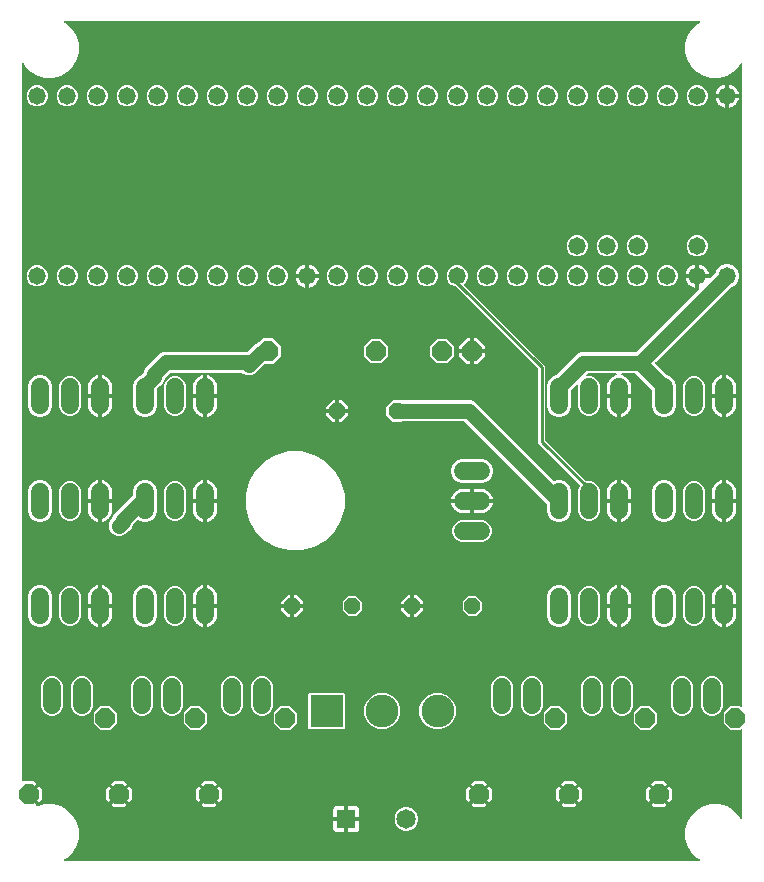
<source format=gbr>
G04 EAGLE Gerber RS-274X export*
G75*
%MOMM*%
%FSLAX34Y34*%
%LPD*%
%INBottom Copper*%
%IPPOS*%
%AMOC8*
5,1,8,0,0,1.08239X$1,22.5*%
G01*
%ADD10C,1.524000*%
%ADD11C,1.473200*%
%ADD12P,1.429621X8X202.500000*%
%ADD13R,1.650000X1.650000*%
%ADD14C,1.650000*%
%ADD15P,1.814519X8X202.500000*%
%ADD16P,1.814519X8X22.500000*%
%ADD17P,1.814519X8X247.500000*%
%ADD18R,2.781300X2.781300*%
%ADD19C,2.781300*%
%ADD20C,0.254000*%
%ADD21C,1.270000*%
%ADD22C,0.756400*%

G36*
X585922Y-165094D02*
X585922Y-165094D01*
X585970Y-165095D01*
X586042Y-165074D01*
X586117Y-165062D01*
X586160Y-165039D01*
X586206Y-165025D01*
X586268Y-164982D01*
X586335Y-164946D01*
X586368Y-164912D01*
X586407Y-164884D01*
X586452Y-164823D01*
X586504Y-164768D01*
X586524Y-164725D01*
X586553Y-164686D01*
X586576Y-164614D01*
X586608Y-164545D01*
X586613Y-164497D01*
X586627Y-164452D01*
X586626Y-164376D01*
X586635Y-164301D01*
X586624Y-164254D01*
X586624Y-164206D01*
X586598Y-164134D01*
X586582Y-164060D01*
X586558Y-164019D01*
X586542Y-163974D01*
X586495Y-163914D01*
X586456Y-163849D01*
X586420Y-163818D01*
X586390Y-163780D01*
X586286Y-163704D01*
X586269Y-163689D01*
X586263Y-163687D01*
X586255Y-163681D01*
X583991Y-162374D01*
X579306Y-157689D01*
X575994Y-151952D01*
X574279Y-145552D01*
X574279Y-138928D01*
X575994Y-132528D01*
X579306Y-126791D01*
X583991Y-122106D01*
X589728Y-118794D01*
X596128Y-117079D01*
X602752Y-117079D01*
X609152Y-118794D01*
X614889Y-122106D01*
X619574Y-126791D01*
X620879Y-129052D01*
X620909Y-129089D01*
X620932Y-129131D01*
X620986Y-129183D01*
X621035Y-129242D01*
X621075Y-129267D01*
X621110Y-129300D01*
X621179Y-129332D01*
X621243Y-129373D01*
X621290Y-129384D01*
X621333Y-129404D01*
X621408Y-129412D01*
X621482Y-129430D01*
X621530Y-129426D01*
X621577Y-129431D01*
X621652Y-129415D01*
X621727Y-129408D01*
X621771Y-129389D01*
X621818Y-129379D01*
X621883Y-129340D01*
X621952Y-129310D01*
X621988Y-129277D01*
X622029Y-129253D01*
X622078Y-129195D01*
X622134Y-129144D01*
X622158Y-129102D01*
X622189Y-129066D01*
X622217Y-128995D01*
X622254Y-128929D01*
X622263Y-128882D01*
X622281Y-128838D01*
X622295Y-128709D01*
X622299Y-128688D01*
X622298Y-128681D01*
X622299Y-128671D01*
X622299Y-53949D01*
X622297Y-53933D01*
X622298Y-53919D01*
X622287Y-53870D01*
X622286Y-53806D01*
X622268Y-53757D01*
X622260Y-53706D01*
X622247Y-53681D01*
X622246Y-53679D01*
X622239Y-53668D01*
X622226Y-53643D01*
X622201Y-53575D01*
X622169Y-53535D01*
X622144Y-53489D01*
X622092Y-53439D01*
X622048Y-53383D01*
X622004Y-53355D01*
X621966Y-53319D01*
X621901Y-53289D01*
X621841Y-53250D01*
X621790Y-53238D01*
X621743Y-53216D01*
X621672Y-53208D01*
X621602Y-53190D01*
X621550Y-53194D01*
X621499Y-53188D01*
X621428Y-53204D01*
X621357Y-53209D01*
X621309Y-53230D01*
X621258Y-53241D01*
X621197Y-53278D01*
X621131Y-53306D01*
X621081Y-53345D01*
X621068Y-53352D01*
X621063Y-53357D01*
X621047Y-53367D01*
X621032Y-53385D01*
X621000Y-53410D01*
X620632Y-53778D01*
X612425Y-53778D01*
X606622Y-47975D01*
X606622Y-39768D01*
X612425Y-33964D01*
X620632Y-33964D01*
X621000Y-34332D01*
X621058Y-34374D01*
X621110Y-34423D01*
X621157Y-34445D01*
X621199Y-34475D01*
X621268Y-34496D01*
X621333Y-34527D01*
X621385Y-34532D01*
X621435Y-34548D01*
X621506Y-34546D01*
X621577Y-34554D01*
X621628Y-34543D01*
X621680Y-34541D01*
X621748Y-34517D01*
X621818Y-34501D01*
X621863Y-34475D01*
X621911Y-34457D01*
X621967Y-34412D01*
X622029Y-34375D01*
X622063Y-34336D01*
X622103Y-34303D01*
X622142Y-34243D01*
X622189Y-34188D01*
X622208Y-34140D01*
X622236Y-34096D01*
X622254Y-34027D01*
X622281Y-33960D01*
X622289Y-33889D01*
X622297Y-33858D01*
X622295Y-33834D01*
X622299Y-33793D01*
X622299Y509671D01*
X622292Y509718D01*
X622293Y509766D01*
X622272Y509839D01*
X622260Y509914D01*
X622237Y509956D01*
X622223Y510002D01*
X622180Y510064D01*
X622144Y510131D01*
X622110Y510164D01*
X622082Y510203D01*
X622021Y510248D01*
X621966Y510300D01*
X621923Y510321D01*
X621884Y510349D01*
X621812Y510372D01*
X621743Y510404D01*
X621695Y510409D01*
X621650Y510424D01*
X621574Y510423D01*
X621499Y510431D01*
X621452Y510421D01*
X621404Y510420D01*
X621332Y510395D01*
X621258Y510379D01*
X621217Y510354D01*
X621172Y510338D01*
X621112Y510292D01*
X621047Y510253D01*
X621016Y510216D01*
X620978Y510187D01*
X620902Y510083D01*
X620887Y510066D01*
X620885Y510060D01*
X620879Y510052D01*
X619574Y507791D01*
X614889Y503106D01*
X609152Y499794D01*
X602752Y498079D01*
X596128Y498079D01*
X589728Y499794D01*
X583991Y503106D01*
X579306Y507791D01*
X575994Y513528D01*
X574279Y519928D01*
X574279Y526552D01*
X575994Y532952D01*
X579306Y538689D01*
X583991Y543374D01*
X586252Y544679D01*
X586289Y544709D01*
X586331Y544732D01*
X586383Y544786D01*
X586442Y544835D01*
X586467Y544875D01*
X586500Y544910D01*
X586532Y544979D01*
X586573Y545043D01*
X586584Y545090D01*
X586604Y545133D01*
X586612Y545208D01*
X586630Y545282D01*
X586626Y545330D01*
X586631Y545377D01*
X586615Y545452D01*
X586608Y545527D01*
X586589Y545571D01*
X586579Y545618D01*
X586540Y545683D01*
X586510Y545752D01*
X586477Y545788D01*
X586453Y545829D01*
X586395Y545878D01*
X586344Y545934D01*
X586302Y545958D01*
X586266Y545989D01*
X586195Y546017D01*
X586129Y546054D01*
X586082Y546063D01*
X586038Y546081D01*
X585909Y546095D01*
X585888Y546099D01*
X585881Y546098D01*
X585871Y546099D01*
X49129Y546099D01*
X49082Y546092D01*
X49034Y546093D01*
X48961Y546072D01*
X48886Y546060D01*
X48844Y546037D01*
X48798Y546023D01*
X48736Y545980D01*
X48669Y545944D01*
X48636Y545910D01*
X48597Y545882D01*
X48552Y545821D01*
X48500Y545766D01*
X48479Y545723D01*
X48451Y545684D01*
X48428Y545612D01*
X48396Y545543D01*
X48391Y545495D01*
X48376Y545450D01*
X48377Y545374D01*
X48369Y545299D01*
X48379Y545252D01*
X48380Y545204D01*
X48405Y545132D01*
X48421Y545058D01*
X48446Y545017D01*
X48462Y544972D01*
X48508Y544912D01*
X48547Y544847D01*
X48584Y544816D01*
X48613Y544778D01*
X48717Y544702D01*
X48734Y544687D01*
X48740Y544685D01*
X48748Y544679D01*
X51009Y543374D01*
X55694Y538689D01*
X59006Y532952D01*
X60721Y526552D01*
X60721Y519928D01*
X59006Y513528D01*
X55694Y507791D01*
X51009Y503106D01*
X45272Y499794D01*
X38872Y498079D01*
X32248Y498079D01*
X25848Y499794D01*
X20111Y503106D01*
X15426Y507791D01*
X14067Y510145D01*
X14037Y510182D01*
X14014Y510225D01*
X13960Y510277D01*
X13911Y510335D01*
X13871Y510361D01*
X13836Y510394D01*
X13767Y510426D01*
X13703Y510466D01*
X13656Y510477D01*
X13613Y510498D01*
X13538Y510506D01*
X13464Y510524D01*
X13416Y510519D01*
X13369Y510525D01*
X13294Y510509D01*
X13219Y510502D01*
X13175Y510483D01*
X13128Y510472D01*
X13063Y510434D01*
X12994Y510403D01*
X12958Y510371D01*
X12917Y510346D01*
X12868Y510289D01*
X12812Y510238D01*
X12788Y510196D01*
X12757Y510159D01*
X12729Y510089D01*
X12692Y510023D01*
X12683Y509976D01*
X12665Y509931D01*
X12651Y509803D01*
X12647Y509781D01*
X12648Y509775D01*
X12647Y509764D01*
X12647Y-97068D01*
X12658Y-97139D01*
X12660Y-97211D01*
X12678Y-97260D01*
X12686Y-97311D01*
X12720Y-97374D01*
X12745Y-97442D01*
X12777Y-97483D01*
X12802Y-97529D01*
X12853Y-97578D01*
X12898Y-97634D01*
X12942Y-97662D01*
X12980Y-97698D01*
X13045Y-97728D01*
X13105Y-97767D01*
X13156Y-97780D01*
X13203Y-97802D01*
X13274Y-97809D01*
X13344Y-97827D01*
X13396Y-97823D01*
X13447Y-97829D01*
X13518Y-97813D01*
X13589Y-97808D01*
X13637Y-97787D01*
X13688Y-97776D01*
X13749Y-97740D01*
X13815Y-97711D01*
X13871Y-97667D01*
X13899Y-97650D01*
X13914Y-97632D01*
X13946Y-97607D01*
X13947Y-97606D01*
X22995Y-97606D01*
X25117Y-99728D01*
X17933Y-106913D01*
X17921Y-106929D01*
X17906Y-106942D01*
X17850Y-107029D01*
X17789Y-107113D01*
X17783Y-107132D01*
X17773Y-107148D01*
X17747Y-107249D01*
X17717Y-107348D01*
X17717Y-107368D01*
X17713Y-107387D01*
X17721Y-107490D01*
X17723Y-107594D01*
X17730Y-107612D01*
X17732Y-107632D01*
X17772Y-107727D01*
X17808Y-107825D01*
X17820Y-107840D01*
X17828Y-107858D01*
X17933Y-107989D01*
X18472Y-108529D01*
X17933Y-109068D01*
X17921Y-109084D01*
X17906Y-109097D01*
X17850Y-109184D01*
X17789Y-109268D01*
X17784Y-109287D01*
X17773Y-109304D01*
X17747Y-109404D01*
X17717Y-109503D01*
X17718Y-109523D01*
X17713Y-109542D01*
X17721Y-109645D01*
X17723Y-109749D01*
X17730Y-109768D01*
X17732Y-109788D01*
X17772Y-109882D01*
X17808Y-109980D01*
X17820Y-109996D01*
X17828Y-110014D01*
X17933Y-110145D01*
X25117Y-117329D01*
X24743Y-117704D01*
X24729Y-117724D01*
X24710Y-117739D01*
X24657Y-117823D01*
X24599Y-117904D01*
X24592Y-117927D01*
X24579Y-117947D01*
X24556Y-118044D01*
X24527Y-118139D01*
X24528Y-118163D01*
X24522Y-118186D01*
X24531Y-118285D01*
X24533Y-118385D01*
X24542Y-118407D01*
X24544Y-118431D01*
X24584Y-118523D01*
X24618Y-118616D01*
X24633Y-118635D01*
X24643Y-118657D01*
X24709Y-118730D01*
X24772Y-118808D01*
X24792Y-118821D01*
X24808Y-118839D01*
X24895Y-118887D01*
X24978Y-118941D01*
X25002Y-118947D01*
X25023Y-118958D01*
X25121Y-118977D01*
X25217Y-119001D01*
X25241Y-118999D01*
X25265Y-119003D01*
X25363Y-118989D01*
X25462Y-118982D01*
X25484Y-118972D01*
X25508Y-118969D01*
X25662Y-118902D01*
X25848Y-118794D01*
X32248Y-117079D01*
X38872Y-117079D01*
X45272Y-118794D01*
X51009Y-122106D01*
X55694Y-126791D01*
X59006Y-132528D01*
X60721Y-138928D01*
X60721Y-145552D01*
X59006Y-151952D01*
X55694Y-157689D01*
X51009Y-162374D01*
X48745Y-163681D01*
X48708Y-163711D01*
X48665Y-163734D01*
X48613Y-163788D01*
X48555Y-163837D01*
X48529Y-163877D01*
X48496Y-163912D01*
X48464Y-163981D01*
X48424Y-164045D01*
X48413Y-164092D01*
X48392Y-164135D01*
X48384Y-164210D01*
X48366Y-164284D01*
X48371Y-164332D01*
X48365Y-164379D01*
X48381Y-164454D01*
X48388Y-164529D01*
X48407Y-164573D01*
X48418Y-164620D01*
X48457Y-164685D01*
X48487Y-164754D01*
X48519Y-164790D01*
X48544Y-164831D01*
X48601Y-164880D01*
X48652Y-164936D01*
X48694Y-164960D01*
X48731Y-164991D01*
X48801Y-165019D01*
X48867Y-165056D01*
X48914Y-165065D01*
X48959Y-165083D01*
X49087Y-165097D01*
X49109Y-165101D01*
X49116Y-165100D01*
X49126Y-165101D01*
X585874Y-165101D01*
X585922Y-165094D01*
G37*
%LPC*%
G36*
X465339Y210819D02*
X465339Y210819D01*
X461604Y212366D01*
X458746Y215224D01*
X457199Y218959D01*
X457199Y238241D01*
X458746Y241976D01*
X461604Y244834D01*
X464531Y246046D01*
X464586Y246080D01*
X464647Y246106D01*
X464711Y246158D01*
X464740Y246176D01*
X464752Y246191D01*
X464778Y246211D01*
X482644Y264077D01*
X485912Y265431D01*
X531942Y265431D01*
X532032Y265445D01*
X532123Y265453D01*
X532153Y265465D01*
X532185Y265470D01*
X532265Y265513D01*
X532349Y265549D01*
X532381Y265575D01*
X532402Y265586D01*
X532424Y265609D01*
X532480Y265654D01*
X585866Y319039D01*
X585871Y319046D01*
X585877Y319051D01*
X585942Y319146D01*
X586010Y319239D01*
X586012Y319247D01*
X586016Y319253D01*
X586048Y319364D01*
X586082Y319474D01*
X586082Y319482D01*
X586084Y319490D01*
X586078Y319605D01*
X586076Y319720D01*
X586073Y319728D01*
X586072Y319736D01*
X586031Y319842D01*
X585991Y319951D01*
X585986Y319957D01*
X585983Y319965D01*
X585909Y320053D01*
X585837Y320143D01*
X585831Y320147D01*
X585825Y320154D01*
X585727Y320214D01*
X585723Y320217D01*
X585723Y328677D01*
X594177Y328677D01*
X594231Y328608D01*
X594301Y328518D01*
X594308Y328513D01*
X594313Y328507D01*
X594410Y328444D01*
X594505Y328380D01*
X594513Y328378D01*
X594520Y328374D01*
X594632Y328346D01*
X594742Y328315D01*
X594750Y328316D01*
X594758Y328314D01*
X594872Y328323D01*
X594988Y328329D01*
X594995Y328332D01*
X595003Y328333D01*
X595108Y328378D01*
X595216Y328421D01*
X595222Y328426D01*
X595230Y328429D01*
X595361Y328534D01*
X600078Y333252D01*
X600117Y333305D01*
X600163Y333352D01*
X600203Y333425D01*
X600222Y333452D01*
X600228Y333470D01*
X600243Y333499D01*
X601201Y335812D01*
X603988Y338599D01*
X607629Y340107D01*
X611571Y340107D01*
X615212Y338599D01*
X617999Y335812D01*
X619507Y332171D01*
X619507Y328229D01*
X617999Y324588D01*
X615212Y321801D01*
X612899Y320843D01*
X612843Y320809D01*
X612783Y320783D01*
X612718Y320731D01*
X612690Y320714D01*
X612677Y320699D01*
X612652Y320678D01*
X549052Y257078D01*
X549040Y257062D01*
X549024Y257050D01*
X548968Y256962D01*
X548908Y256879D01*
X548902Y256860D01*
X548891Y256843D01*
X548866Y256742D01*
X548836Y256643D01*
X548836Y256624D01*
X548831Y256604D01*
X548839Y256501D01*
X548842Y256398D01*
X548849Y256379D01*
X548851Y256359D01*
X548891Y256264D01*
X548927Y256167D01*
X548939Y256151D01*
X548947Y256133D01*
X549052Y256002D01*
X558842Y246211D01*
X558896Y246173D01*
X558942Y246127D01*
X559016Y246087D01*
X559042Y246067D01*
X559061Y246062D01*
X559089Y246046D01*
X562016Y244834D01*
X564874Y241976D01*
X566421Y238241D01*
X566421Y218959D01*
X564874Y215224D01*
X562016Y212366D01*
X558281Y210819D01*
X554239Y210819D01*
X550504Y212366D01*
X547646Y215224D01*
X546099Y218959D01*
X546099Y233492D01*
X546085Y233582D01*
X546077Y233673D01*
X546065Y233703D01*
X546060Y233735D01*
X546017Y233815D01*
X545981Y233899D01*
X545955Y233931D01*
X545944Y233952D01*
X545921Y233974D01*
X545876Y234030D01*
X532480Y247426D01*
X532406Y247479D01*
X532337Y247539D01*
X532307Y247551D01*
X532281Y247570D01*
X532194Y247597D01*
X532109Y247631D01*
X532068Y247635D01*
X532045Y247642D01*
X532013Y247641D01*
X531942Y247649D01*
X520623Y247649D01*
X520560Y247639D01*
X520496Y247639D01*
X520439Y247619D01*
X520380Y247610D01*
X520324Y247580D01*
X520263Y247559D01*
X520216Y247522D01*
X520163Y247494D01*
X520119Y247448D01*
X520068Y247409D01*
X520035Y247360D01*
X519993Y247316D01*
X519967Y247258D01*
X519931Y247205D01*
X519915Y247147D01*
X519890Y247093D01*
X519883Y247030D01*
X519866Y246968D01*
X519869Y246908D01*
X519863Y246849D01*
X519876Y246786D01*
X519880Y246722D01*
X519902Y246667D01*
X519915Y246608D01*
X519948Y246553D01*
X519972Y246494D01*
X520011Y246448D01*
X520041Y246397D01*
X520090Y246356D01*
X520131Y246307D01*
X520183Y246276D01*
X520228Y246237D01*
X520287Y246213D01*
X520342Y246180D01*
X520426Y246158D01*
X520456Y246145D01*
X520481Y246143D01*
X520504Y246136D01*
X520539Y246131D01*
X522060Y245636D01*
X523485Y244910D01*
X524779Y243970D01*
X525910Y242839D01*
X526850Y241545D01*
X527576Y240120D01*
X528071Y238599D01*
X528321Y237020D01*
X528321Y230123D01*
X518922Y230123D01*
X518902Y230120D01*
X518883Y230122D01*
X518781Y230100D01*
X518679Y230083D01*
X518662Y230074D01*
X518642Y230070D01*
X518553Y230017D01*
X518462Y229968D01*
X518448Y229954D01*
X518431Y229944D01*
X518364Y229865D01*
X518293Y229790D01*
X518284Y229772D01*
X518271Y229757D01*
X518233Y229661D01*
X518189Y229567D01*
X518187Y229547D01*
X518179Y229529D01*
X518161Y229362D01*
X518161Y228599D01*
X518159Y228599D01*
X518159Y229362D01*
X518156Y229382D01*
X518158Y229401D01*
X518136Y229503D01*
X518119Y229605D01*
X518110Y229622D01*
X518106Y229642D01*
X518053Y229731D01*
X518004Y229822D01*
X517990Y229836D01*
X517980Y229853D01*
X517901Y229920D01*
X517826Y229991D01*
X517808Y230000D01*
X517793Y230013D01*
X517697Y230052D01*
X517603Y230095D01*
X517583Y230097D01*
X517565Y230105D01*
X517398Y230123D01*
X507999Y230123D01*
X507999Y237020D01*
X508249Y238599D01*
X508744Y240120D01*
X509470Y241545D01*
X510410Y242839D01*
X511541Y243970D01*
X512835Y244910D01*
X514260Y245636D01*
X515781Y246131D01*
X515816Y246136D01*
X515877Y246156D01*
X515940Y246167D01*
X515993Y246194D01*
X516050Y246213D01*
X516101Y246252D01*
X516157Y246282D01*
X516198Y246325D01*
X516246Y246361D01*
X516283Y246414D01*
X516327Y246460D01*
X516352Y246514D01*
X516386Y246564D01*
X516403Y246625D01*
X516430Y246683D01*
X516437Y246742D01*
X516453Y246800D01*
X516450Y246864D01*
X516457Y246927D01*
X516445Y246986D01*
X516442Y247046D01*
X516419Y247105D01*
X516405Y247168D01*
X516374Y247219D01*
X516353Y247275D01*
X516312Y247324D01*
X516279Y247379D01*
X516233Y247418D01*
X516195Y247464D01*
X516141Y247497D01*
X516092Y247539D01*
X516036Y247561D01*
X515985Y247593D01*
X515923Y247607D01*
X515864Y247631D01*
X515778Y247640D01*
X515746Y247648D01*
X515721Y247647D01*
X515697Y247649D01*
X491678Y247649D01*
X491588Y247635D01*
X491497Y247627D01*
X491467Y247615D01*
X491435Y247610D01*
X491355Y247567D01*
X491271Y247531D01*
X491238Y247505D01*
X491218Y247494D01*
X491196Y247471D01*
X491140Y247426D01*
X490378Y246664D01*
X490336Y246606D01*
X490286Y246554D01*
X490264Y246507D01*
X490234Y246465D01*
X490213Y246396D01*
X490183Y246331D01*
X490177Y246279D01*
X490162Y246229D01*
X490164Y246158D01*
X490156Y246087D01*
X490167Y246036D01*
X490168Y245984D01*
X490193Y245916D01*
X490208Y245846D01*
X490235Y245801D01*
X490253Y245753D01*
X490297Y245697D01*
X490334Y245635D01*
X490374Y245601D01*
X490406Y245561D01*
X490467Y245522D01*
X490521Y245475D01*
X490569Y245456D01*
X490613Y245428D01*
X490683Y245410D01*
X490749Y245383D01*
X490820Y245375D01*
X490852Y245367D01*
X490875Y245369D01*
X490916Y245365D01*
X494579Y245365D01*
X497940Y243973D01*
X500513Y241400D01*
X501905Y238039D01*
X501905Y219161D01*
X500513Y215800D01*
X497940Y213227D01*
X494579Y211835D01*
X490941Y211835D01*
X487580Y213227D01*
X485007Y215800D01*
X483615Y219161D01*
X483615Y238064D01*
X483604Y238135D01*
X483602Y238207D01*
X483584Y238255D01*
X483576Y238307D01*
X483542Y238370D01*
X483517Y238438D01*
X483485Y238478D01*
X483460Y238524D01*
X483408Y238574D01*
X483364Y238630D01*
X483320Y238658D01*
X483282Y238694D01*
X483217Y238724D01*
X483157Y238763D01*
X483106Y238775D01*
X483059Y238797D01*
X482988Y238805D01*
X482918Y238823D01*
X482866Y238819D01*
X482815Y238824D01*
X482744Y238809D01*
X482673Y238803D01*
X482625Y238783D01*
X482574Y238772D01*
X482513Y238735D01*
X482447Y238707D01*
X482391Y238662D01*
X482363Y238646D01*
X482348Y238628D01*
X482316Y238602D01*
X477744Y234030D01*
X477691Y233956D01*
X477631Y233887D01*
X477619Y233857D01*
X477600Y233831D01*
X477573Y233743D01*
X477539Y233659D01*
X477535Y233618D01*
X477528Y233595D01*
X477529Y233563D01*
X477521Y233492D01*
X477521Y218959D01*
X475974Y215224D01*
X473116Y212366D01*
X469381Y210819D01*
X465339Y210819D01*
G37*
%LPD*%
%LPC*%
G36*
X238322Y97789D02*
X238322Y97789D01*
X227663Y100645D01*
X218106Y106163D01*
X210303Y113966D01*
X204785Y123523D01*
X201929Y134182D01*
X201929Y145218D01*
X204785Y155877D01*
X210303Y165434D01*
X218106Y173237D01*
X227663Y178755D01*
X238322Y181611D01*
X249358Y181611D01*
X260017Y178755D01*
X269574Y173237D01*
X277377Y165434D01*
X282895Y155877D01*
X285751Y145218D01*
X285751Y134182D01*
X282895Y123523D01*
X277377Y113966D01*
X269574Y106163D01*
X260017Y100645D01*
X249358Y97789D01*
X238322Y97789D01*
G37*
%LPD*%
%LPC*%
G36*
X465339Y121919D02*
X465339Y121919D01*
X461604Y123466D01*
X458746Y126324D01*
X457199Y130059D01*
X457199Y136972D01*
X457185Y137062D01*
X457177Y137153D01*
X457165Y137183D01*
X457160Y137215D01*
X457117Y137295D01*
X457081Y137379D01*
X457055Y137411D01*
X457044Y137432D01*
X457021Y137454D01*
X456976Y137510D01*
X387700Y206786D01*
X387626Y206839D01*
X387557Y206899D01*
X387527Y206911D01*
X387501Y206930D01*
X387414Y206957D01*
X387329Y206991D01*
X387288Y206995D01*
X387265Y207002D01*
X387233Y207001D01*
X387162Y207009D01*
X334557Y207009D01*
X334467Y206995D01*
X334376Y206987D01*
X334346Y206975D01*
X334314Y206970D01*
X334234Y206927D01*
X334150Y206891D01*
X334118Y206865D01*
X334097Y206854D01*
X334075Y206831D01*
X334019Y206786D01*
X333988Y206755D01*
X326412Y206755D01*
X321055Y212112D01*
X321055Y219688D01*
X326412Y225045D01*
X333988Y225045D01*
X334019Y225014D01*
X334093Y224961D01*
X334162Y224901D01*
X334192Y224889D01*
X334219Y224870D01*
X334306Y224843D01*
X334390Y224809D01*
X334431Y224805D01*
X334454Y224798D01*
X334486Y224799D01*
X334557Y224791D01*
X392928Y224791D01*
X396196Y223437D01*
X462726Y156907D01*
X462820Y156840D01*
X462915Y156769D01*
X462921Y156767D01*
X462926Y156764D01*
X463037Y156730D01*
X463149Y156693D01*
X463155Y156693D01*
X463161Y156691D01*
X463278Y156694D01*
X463395Y156695D01*
X463402Y156698D01*
X463407Y156698D01*
X463424Y156704D01*
X463556Y156742D01*
X465339Y157481D01*
X469381Y157481D01*
X473116Y155934D01*
X475974Y153076D01*
X477521Y149341D01*
X477521Y130059D01*
X475974Y126324D01*
X473116Y123466D01*
X469381Y121919D01*
X465339Y121919D01*
G37*
%LPD*%
%LPC*%
G36*
X114819Y210819D02*
X114819Y210819D01*
X111084Y212366D01*
X108226Y215224D01*
X106679Y218959D01*
X106679Y238241D01*
X108226Y241976D01*
X111084Y244834D01*
X112276Y245327D01*
X112332Y245362D01*
X112392Y245388D01*
X112457Y245440D01*
X112485Y245457D01*
X112498Y245472D01*
X112523Y245493D01*
X115379Y248348D01*
X115417Y248401D01*
X115463Y248448D01*
X115503Y248521D01*
X115522Y248548D01*
X115528Y248567D01*
X115544Y248595D01*
X116923Y251924D01*
X129584Y264585D01*
X132852Y265939D01*
X202758Y265939D01*
X202848Y265953D01*
X202939Y265961D01*
X202969Y265973D01*
X203001Y265978D01*
X203081Y266021D01*
X203165Y266057D01*
X203197Y266083D01*
X203218Y266094D01*
X203240Y266117D01*
X203296Y266162D01*
X209848Y272713D01*
X212607Y273856D01*
X212663Y273891D01*
X212723Y273916D01*
X212788Y273968D01*
X212816Y273986D01*
X212829Y274001D01*
X212854Y274021D01*
X216456Y277623D01*
X225504Y277623D01*
X231903Y271224D01*
X231903Y262176D01*
X225504Y255777D01*
X218374Y255777D01*
X218284Y255763D01*
X218193Y255755D01*
X218163Y255743D01*
X218131Y255738D01*
X218051Y255695D01*
X217967Y255659D01*
X217935Y255633D01*
X217914Y255622D01*
X217892Y255599D01*
X217836Y255554D01*
X209760Y247479D01*
X206492Y246125D01*
X202956Y246125D01*
X199688Y247479D01*
X199232Y247934D01*
X199158Y247987D01*
X199089Y248047D01*
X199059Y248059D01*
X199033Y248078D01*
X198946Y248105D01*
X198861Y248139D01*
X198820Y248143D01*
X198797Y248150D01*
X198765Y248149D01*
X198694Y248157D01*
X138618Y248157D01*
X138528Y248143D01*
X138437Y248135D01*
X138407Y248123D01*
X138375Y248118D01*
X138295Y248075D01*
X138211Y248039D01*
X138179Y248013D01*
X138158Y248002D01*
X138136Y247979D01*
X138080Y247934D01*
X133541Y243396D01*
X133503Y243343D01*
X133457Y243296D01*
X133417Y243223D01*
X133398Y243196D01*
X133392Y243177D01*
X133376Y243149D01*
X131997Y239820D01*
X129389Y237212D01*
X127224Y235046D01*
X127171Y234972D01*
X127111Y234903D01*
X127099Y234873D01*
X127080Y234847D01*
X127053Y234760D01*
X127019Y234675D01*
X127015Y234634D01*
X127008Y234612D01*
X127009Y234579D01*
X127001Y234508D01*
X127001Y218959D01*
X125454Y215224D01*
X122596Y212366D01*
X118861Y210819D01*
X114819Y210819D01*
G37*
%LPD*%
%LPC*%
G36*
X490941Y122935D02*
X490941Y122935D01*
X487580Y124327D01*
X485007Y126900D01*
X483615Y130261D01*
X483615Y149139D01*
X485007Y152500D01*
X485049Y152542D01*
X485061Y152558D01*
X485076Y152570D01*
X485132Y152658D01*
X485193Y152741D01*
X485199Y152761D01*
X485209Y152777D01*
X485235Y152878D01*
X485265Y152977D01*
X485265Y152997D01*
X485269Y153016D01*
X485261Y153119D01*
X485259Y153222D01*
X485252Y153241D01*
X485250Y153261D01*
X485210Y153356D01*
X485174Y153453D01*
X485162Y153469D01*
X485154Y153487D01*
X485076Y153585D01*
X485072Y153592D01*
X485067Y153596D01*
X485049Y153618D01*
X449833Y188834D01*
X449833Y251511D01*
X449819Y251601D01*
X449811Y251692D01*
X449799Y251722D01*
X449794Y251754D01*
X449751Y251834D01*
X449715Y251918D01*
X449689Y251950D01*
X449678Y251971D01*
X449655Y251993D01*
X449610Y252049D01*
X380573Y321086D01*
X380499Y321139D01*
X380430Y321199D01*
X380400Y321211D01*
X380374Y321230D01*
X380287Y321257D01*
X380202Y321291D01*
X380161Y321295D01*
X380139Y321302D01*
X380106Y321301D01*
X380035Y321309D01*
X379232Y321309D01*
X375964Y322663D01*
X373463Y325164D01*
X372109Y328432D01*
X372109Y331968D01*
X373463Y335236D01*
X375964Y337737D01*
X379232Y339091D01*
X382768Y339091D01*
X386036Y337737D01*
X388537Y335236D01*
X389891Y331968D01*
X389891Y328432D01*
X388537Y325164D01*
X387007Y323634D01*
X386996Y323618D01*
X386980Y323605D01*
X386924Y323518D01*
X386864Y323434D01*
X386858Y323415D01*
X386847Y323398D01*
X386822Y323298D01*
X386791Y323199D01*
X386792Y323179D01*
X386787Y323160D01*
X386795Y323057D01*
X386798Y322953D01*
X386805Y322934D01*
X386806Y322914D01*
X386846Y322820D01*
X386882Y322722D01*
X386895Y322706D01*
X386902Y322688D01*
X387007Y322557D01*
X455423Y254142D01*
X455423Y191465D01*
X455437Y191375D01*
X455445Y191284D01*
X455457Y191254D01*
X455462Y191222D01*
X455505Y191142D01*
X455541Y191058D01*
X455567Y191026D01*
X455578Y191005D01*
X455601Y190983D01*
X455646Y190927D01*
X489992Y156580D01*
X490087Y156512D01*
X490181Y156442D01*
X490187Y156440D01*
X490192Y156437D01*
X490303Y156403D01*
X490415Y156366D01*
X490421Y156366D01*
X490427Y156364D01*
X490544Y156367D01*
X490661Y156369D01*
X490668Y156371D01*
X490673Y156371D01*
X490690Y156377D01*
X490822Y156415D01*
X490941Y156465D01*
X494579Y156465D01*
X497940Y155073D01*
X500513Y152500D01*
X501905Y149139D01*
X501905Y130261D01*
X500513Y126900D01*
X497940Y124327D01*
X494579Y122935D01*
X490941Y122935D01*
G37*
%LPD*%
%LPC*%
G36*
X93228Y109981D02*
X93228Y109981D01*
X89960Y111335D01*
X87459Y113836D01*
X86105Y117104D01*
X86105Y120640D01*
X87459Y123908D01*
X88963Y125412D01*
X89001Y125465D01*
X89047Y125512D01*
X89087Y125585D01*
X89106Y125612D01*
X89112Y125631D01*
X89128Y125659D01*
X90507Y128988D01*
X104624Y143105D01*
X106456Y144938D01*
X106509Y145012D01*
X106569Y145081D01*
X106581Y145111D01*
X106600Y145137D01*
X106627Y145224D01*
X106647Y145274D01*
X106651Y145284D01*
X106651Y145286D01*
X106661Y145309D01*
X106665Y145350D01*
X106672Y145372D01*
X106671Y145405D01*
X106679Y145476D01*
X106679Y149341D01*
X108226Y153076D01*
X111084Y155934D01*
X114819Y157481D01*
X118861Y157481D01*
X122596Y155934D01*
X125454Y153076D01*
X127001Y149341D01*
X127001Y130059D01*
X125454Y126324D01*
X122596Y123466D01*
X118861Y121919D01*
X114819Y121919D01*
X111027Y123490D01*
X110946Y123548D01*
X110928Y123554D01*
X110911Y123564D01*
X110810Y123590D01*
X110711Y123620D01*
X110691Y123620D01*
X110672Y123625D01*
X110569Y123617D01*
X110466Y123614D01*
X110447Y123607D01*
X110427Y123605D01*
X110332Y123565D01*
X110235Y123529D01*
X110219Y123517D01*
X110201Y123509D01*
X110070Y123404D01*
X107125Y120460D01*
X107087Y120407D01*
X107041Y120360D01*
X107001Y120287D01*
X106982Y120260D01*
X106976Y120241D01*
X106960Y120213D01*
X105581Y116884D01*
X102973Y114276D01*
X100032Y111335D01*
X96764Y109981D01*
X93228Y109981D01*
G37*
%LPD*%
%LPC*%
G36*
X255972Y-53531D02*
X255972Y-53531D01*
X255079Y-52638D01*
X255079Y-23562D01*
X255972Y-22669D01*
X285048Y-22669D01*
X285941Y-23562D01*
X285941Y-52638D01*
X285048Y-53531D01*
X255972Y-53531D01*
G37*
%LPD*%
%LPC*%
G36*
X314431Y-53531D02*
X314431Y-53531D01*
X308759Y-51182D01*
X304418Y-46841D01*
X302069Y-41169D01*
X302069Y-35031D01*
X304418Y-29359D01*
X308759Y-25018D01*
X314431Y-22669D01*
X320569Y-22669D01*
X326241Y-25018D01*
X330582Y-29359D01*
X332931Y-35031D01*
X332931Y-41169D01*
X330582Y-46841D01*
X326241Y-51182D01*
X320569Y-53531D01*
X314431Y-53531D01*
G37*
%LPD*%
%LPC*%
G36*
X361421Y-53531D02*
X361421Y-53531D01*
X355749Y-51182D01*
X351408Y-46841D01*
X349059Y-41169D01*
X349059Y-35031D01*
X351408Y-29359D01*
X355749Y-25018D01*
X361421Y-22669D01*
X367559Y-22669D01*
X373231Y-25018D01*
X377572Y-29359D01*
X379921Y-35031D01*
X379921Y-41169D01*
X377572Y-46841D01*
X373231Y-51182D01*
X367559Y-53531D01*
X361421Y-53531D01*
G37*
%LPD*%
%LPC*%
G36*
X465339Y33019D02*
X465339Y33019D01*
X461604Y34566D01*
X458746Y37424D01*
X457199Y41159D01*
X457199Y60441D01*
X458746Y64176D01*
X461604Y67034D01*
X465339Y68581D01*
X469381Y68581D01*
X473116Y67034D01*
X475974Y64176D01*
X477521Y60441D01*
X477521Y41159D01*
X475974Y37424D01*
X473116Y34566D01*
X469381Y33019D01*
X465339Y33019D01*
G37*
%LPD*%
%LPC*%
G36*
X554239Y121919D02*
X554239Y121919D01*
X550504Y123466D01*
X547646Y126324D01*
X546099Y130059D01*
X546099Y149341D01*
X547646Y153076D01*
X550504Y155934D01*
X554239Y157481D01*
X558281Y157481D01*
X562016Y155934D01*
X564874Y153076D01*
X566421Y149341D01*
X566421Y130059D01*
X564874Y126324D01*
X562016Y123466D01*
X558281Y121919D01*
X554239Y121919D01*
G37*
%LPD*%
%LPC*%
G36*
X25919Y33019D02*
X25919Y33019D01*
X22184Y34566D01*
X19326Y37424D01*
X17779Y41159D01*
X17779Y60441D01*
X19326Y64176D01*
X22184Y67034D01*
X25919Y68581D01*
X29961Y68581D01*
X33696Y67034D01*
X36554Y64176D01*
X38101Y60441D01*
X38101Y41159D01*
X36554Y37424D01*
X33696Y34566D01*
X29961Y33019D01*
X25919Y33019D01*
G37*
%LPD*%
%LPC*%
G36*
X554239Y33019D02*
X554239Y33019D01*
X550504Y34566D01*
X547646Y37424D01*
X546099Y41159D01*
X546099Y60441D01*
X547646Y64176D01*
X550504Y67034D01*
X554239Y68581D01*
X558281Y68581D01*
X562016Y67034D01*
X564874Y64176D01*
X566421Y60441D01*
X566421Y41159D01*
X564874Y37424D01*
X562016Y34566D01*
X558281Y33019D01*
X554239Y33019D01*
G37*
%LPD*%
%LPC*%
G36*
X384059Y154939D02*
X384059Y154939D01*
X380324Y156486D01*
X377466Y159344D01*
X375919Y163079D01*
X375919Y167121D01*
X377466Y170856D01*
X380324Y173714D01*
X384059Y175261D01*
X403341Y175261D01*
X407076Y173714D01*
X409934Y170856D01*
X411481Y167121D01*
X411481Y163079D01*
X409934Y159344D01*
X407076Y156486D01*
X403341Y154939D01*
X384059Y154939D01*
G37*
%LPD*%
%LPC*%
G36*
X25919Y121919D02*
X25919Y121919D01*
X22184Y123466D01*
X19326Y126324D01*
X17779Y130059D01*
X17779Y149341D01*
X19326Y153076D01*
X22184Y155934D01*
X25919Y157481D01*
X29961Y157481D01*
X33696Y155934D01*
X36554Y153076D01*
X38101Y149341D01*
X38101Y130059D01*
X36554Y126324D01*
X33696Y123466D01*
X29961Y121919D01*
X25919Y121919D01*
G37*
%LPD*%
%LPC*%
G36*
X114819Y33019D02*
X114819Y33019D01*
X111084Y34566D01*
X108226Y37424D01*
X106679Y41159D01*
X106679Y60441D01*
X108226Y64176D01*
X111084Y67034D01*
X114819Y68581D01*
X118861Y68581D01*
X122596Y67034D01*
X125454Y64176D01*
X127001Y60441D01*
X127001Y41159D01*
X125454Y37424D01*
X122596Y34566D01*
X118861Y33019D01*
X114819Y33019D01*
G37*
%LPD*%
%LPC*%
G36*
X25919Y210819D02*
X25919Y210819D01*
X22184Y212366D01*
X19326Y215224D01*
X17779Y218959D01*
X17779Y238241D01*
X19326Y241976D01*
X22184Y244834D01*
X25919Y246381D01*
X29961Y246381D01*
X33696Y244834D01*
X36554Y241976D01*
X38101Y238241D01*
X38101Y218959D01*
X36554Y215224D01*
X33696Y212366D01*
X29961Y210819D01*
X25919Y210819D01*
G37*
%LPD*%
%LPC*%
G36*
X493481Y-42165D02*
X493481Y-42165D01*
X490120Y-40773D01*
X487547Y-38200D01*
X486155Y-34839D01*
X486155Y-15961D01*
X487547Y-12600D01*
X490120Y-10027D01*
X493481Y-8635D01*
X497119Y-8635D01*
X500480Y-10027D01*
X503053Y-12600D01*
X504445Y-15961D01*
X504445Y-34839D01*
X503053Y-38200D01*
X500480Y-40773D01*
X497119Y-42165D01*
X493481Y-42165D01*
G37*
%LPD*%
%LPC*%
G36*
X51521Y34035D02*
X51521Y34035D01*
X48160Y35427D01*
X45587Y38000D01*
X44195Y41361D01*
X44195Y60239D01*
X45587Y63600D01*
X48160Y66173D01*
X51521Y67565D01*
X55159Y67565D01*
X58520Y66173D01*
X61093Y63600D01*
X62485Y60239D01*
X62485Y41361D01*
X61093Y38000D01*
X58520Y35427D01*
X55159Y34035D01*
X51521Y34035D01*
G37*
%LPD*%
%LPC*%
G36*
X140421Y34035D02*
X140421Y34035D01*
X137060Y35427D01*
X134487Y38000D01*
X133095Y41361D01*
X133095Y60239D01*
X134487Y63600D01*
X137060Y66173D01*
X140421Y67565D01*
X144059Y67565D01*
X147420Y66173D01*
X149993Y63600D01*
X151385Y60239D01*
X151385Y41361D01*
X149993Y38000D01*
X147420Y35427D01*
X144059Y34035D01*
X140421Y34035D01*
G37*
%LPD*%
%LPC*%
G36*
X490941Y34035D02*
X490941Y34035D01*
X487580Y35427D01*
X485007Y38000D01*
X483615Y41361D01*
X483615Y60239D01*
X485007Y63600D01*
X487580Y66173D01*
X490941Y67565D01*
X494579Y67565D01*
X497940Y66173D01*
X500513Y63600D01*
X501905Y60239D01*
X501905Y41361D01*
X500513Y38000D01*
X497940Y35427D01*
X494579Y34035D01*
X490941Y34035D01*
G37*
%LPD*%
%LPC*%
G36*
X579841Y34035D02*
X579841Y34035D01*
X576480Y35427D01*
X573907Y38000D01*
X572515Y41361D01*
X572515Y60239D01*
X573907Y63600D01*
X576480Y66173D01*
X579841Y67565D01*
X583479Y67565D01*
X586840Y66173D01*
X589413Y63600D01*
X590805Y60239D01*
X590805Y41361D01*
X589413Y38000D01*
X586840Y35427D01*
X583479Y34035D01*
X579841Y34035D01*
G37*
%LPD*%
%LPC*%
G36*
X595081Y-42165D02*
X595081Y-42165D01*
X591720Y-40773D01*
X589147Y-38200D01*
X587755Y-34839D01*
X587755Y-15961D01*
X589147Y-12600D01*
X591720Y-10027D01*
X595081Y-8635D01*
X598719Y-8635D01*
X602080Y-10027D01*
X604653Y-12600D01*
X606045Y-15961D01*
X606045Y-34839D01*
X604653Y-38200D01*
X602080Y-40773D01*
X598719Y-42165D01*
X595081Y-42165D01*
G37*
%LPD*%
%LPC*%
G36*
X61681Y-42165D02*
X61681Y-42165D01*
X58320Y-40773D01*
X55747Y-38200D01*
X54355Y-34839D01*
X54355Y-15961D01*
X55747Y-12600D01*
X58320Y-10027D01*
X61681Y-8635D01*
X65319Y-8635D01*
X68680Y-10027D01*
X71253Y-12600D01*
X72645Y-15961D01*
X72645Y-34839D01*
X71253Y-38200D01*
X68680Y-40773D01*
X65319Y-42165D01*
X61681Y-42165D01*
G37*
%LPD*%
%LPC*%
G36*
X569681Y-42165D02*
X569681Y-42165D01*
X566320Y-40773D01*
X563747Y-38200D01*
X562355Y-34839D01*
X562355Y-15961D01*
X563747Y-12600D01*
X566320Y-10027D01*
X569681Y-8635D01*
X573319Y-8635D01*
X576680Y-10027D01*
X579253Y-12600D01*
X580645Y-15961D01*
X580645Y-34839D01*
X579253Y-38200D01*
X576680Y-40773D01*
X573319Y-42165D01*
X569681Y-42165D01*
G37*
%LPD*%
%LPC*%
G36*
X518881Y-42165D02*
X518881Y-42165D01*
X515520Y-40773D01*
X512947Y-38200D01*
X511555Y-34839D01*
X511555Y-15961D01*
X512947Y-12600D01*
X515520Y-10027D01*
X518881Y-8635D01*
X522519Y-8635D01*
X525880Y-10027D01*
X528453Y-12600D01*
X529845Y-15961D01*
X529845Y-34839D01*
X528453Y-38200D01*
X525880Y-40773D01*
X522519Y-42165D01*
X518881Y-42165D01*
G37*
%LPD*%
%LPC*%
G36*
X579841Y122935D02*
X579841Y122935D01*
X576480Y124327D01*
X573907Y126900D01*
X572515Y130261D01*
X572515Y149139D01*
X573907Y152500D01*
X576480Y155073D01*
X579841Y156465D01*
X583479Y156465D01*
X586840Y155073D01*
X589413Y152500D01*
X590805Y149139D01*
X590805Y130261D01*
X589413Y126900D01*
X586840Y124327D01*
X583479Y122935D01*
X579841Y122935D01*
G37*
%LPD*%
%LPC*%
G36*
X442681Y-42165D02*
X442681Y-42165D01*
X439320Y-40773D01*
X436747Y-38200D01*
X435355Y-34839D01*
X435355Y-15961D01*
X436747Y-12600D01*
X439320Y-10027D01*
X442681Y-8635D01*
X446319Y-8635D01*
X449680Y-10027D01*
X452253Y-12600D01*
X453645Y-15961D01*
X453645Y-34839D01*
X452253Y-38200D01*
X449680Y-40773D01*
X446319Y-42165D01*
X442681Y-42165D01*
G37*
%LPD*%
%LPC*%
G36*
X417281Y-42165D02*
X417281Y-42165D01*
X413920Y-40773D01*
X411347Y-38200D01*
X409955Y-34839D01*
X409955Y-15961D01*
X411347Y-12600D01*
X413920Y-10027D01*
X417281Y-8635D01*
X420919Y-8635D01*
X424280Y-10027D01*
X426853Y-12600D01*
X428245Y-15961D01*
X428245Y-34839D01*
X426853Y-38200D01*
X424280Y-40773D01*
X420919Y-42165D01*
X417281Y-42165D01*
G37*
%LPD*%
%LPC*%
G36*
X579841Y211835D02*
X579841Y211835D01*
X576480Y213227D01*
X573907Y215800D01*
X572515Y219161D01*
X572515Y238039D01*
X573907Y241400D01*
X576480Y243973D01*
X579841Y245365D01*
X583479Y245365D01*
X586840Y243973D01*
X589413Y241400D01*
X590805Y238039D01*
X590805Y219161D01*
X589413Y215800D01*
X586840Y213227D01*
X583479Y211835D01*
X579841Y211835D01*
G37*
%LPD*%
%LPC*%
G36*
X140421Y211835D02*
X140421Y211835D01*
X137060Y213227D01*
X134487Y215800D01*
X133095Y219161D01*
X133095Y238039D01*
X134487Y241400D01*
X137060Y243973D01*
X140421Y245365D01*
X144059Y245365D01*
X147420Y243973D01*
X149993Y241400D01*
X151385Y238039D01*
X151385Y219161D01*
X149993Y215800D01*
X147420Y213227D01*
X144059Y211835D01*
X140421Y211835D01*
G37*
%LPD*%
%LPC*%
G36*
X36281Y-42165D02*
X36281Y-42165D01*
X32920Y-40773D01*
X30347Y-38200D01*
X28955Y-34839D01*
X28955Y-15961D01*
X30347Y-12600D01*
X32920Y-10027D01*
X36281Y-8635D01*
X39919Y-8635D01*
X43280Y-10027D01*
X45853Y-12600D01*
X47245Y-15961D01*
X47245Y-34839D01*
X45853Y-38200D01*
X43280Y-40773D01*
X39919Y-42165D01*
X36281Y-42165D01*
G37*
%LPD*%
%LPC*%
G36*
X384261Y105155D02*
X384261Y105155D01*
X380900Y106547D01*
X378327Y109120D01*
X376935Y112481D01*
X376935Y116119D01*
X378327Y119480D01*
X380900Y122053D01*
X384261Y123445D01*
X403139Y123445D01*
X406500Y122053D01*
X409073Y119480D01*
X410465Y116119D01*
X410465Y112481D01*
X409073Y109120D01*
X406500Y106547D01*
X403139Y105155D01*
X384261Y105155D01*
G37*
%LPD*%
%LPC*%
G36*
X137881Y-42165D02*
X137881Y-42165D01*
X134520Y-40773D01*
X131947Y-38200D01*
X130555Y-34839D01*
X130555Y-15961D01*
X131947Y-12600D01*
X134520Y-10027D01*
X137881Y-8635D01*
X141519Y-8635D01*
X144880Y-10027D01*
X147453Y-12600D01*
X148845Y-15961D01*
X148845Y-34839D01*
X147453Y-38200D01*
X144880Y-40773D01*
X141519Y-42165D01*
X137881Y-42165D01*
G37*
%LPD*%
%LPC*%
G36*
X214081Y-42165D02*
X214081Y-42165D01*
X210720Y-40773D01*
X208147Y-38200D01*
X206755Y-34839D01*
X206755Y-15961D01*
X208147Y-12600D01*
X210720Y-10027D01*
X214081Y-8635D01*
X217719Y-8635D01*
X221080Y-10027D01*
X223653Y-12600D01*
X225045Y-15961D01*
X225045Y-34839D01*
X223653Y-38200D01*
X221080Y-40773D01*
X217719Y-42165D01*
X214081Y-42165D01*
G37*
%LPD*%
%LPC*%
G36*
X112481Y-42165D02*
X112481Y-42165D01*
X109120Y-40773D01*
X106547Y-38200D01*
X105155Y-34839D01*
X105155Y-15961D01*
X106547Y-12600D01*
X109120Y-10027D01*
X112481Y-8635D01*
X116119Y-8635D01*
X119480Y-10027D01*
X122053Y-12600D01*
X123445Y-15961D01*
X123445Y-34839D01*
X122053Y-38200D01*
X119480Y-40773D01*
X116119Y-42165D01*
X112481Y-42165D01*
G37*
%LPD*%
%LPC*%
G36*
X51521Y122935D02*
X51521Y122935D01*
X48160Y124327D01*
X45587Y126900D01*
X44195Y130261D01*
X44195Y149139D01*
X45587Y152500D01*
X48160Y155073D01*
X51521Y156465D01*
X55159Y156465D01*
X58520Y155073D01*
X61093Y152500D01*
X62485Y149139D01*
X62485Y130261D01*
X61093Y126900D01*
X58520Y124327D01*
X55159Y122935D01*
X51521Y122935D01*
G37*
%LPD*%
%LPC*%
G36*
X188681Y-42165D02*
X188681Y-42165D01*
X185320Y-40773D01*
X182747Y-38200D01*
X181355Y-34839D01*
X181355Y-15961D01*
X182747Y-12600D01*
X185320Y-10027D01*
X188681Y-8635D01*
X192319Y-8635D01*
X195680Y-10027D01*
X198253Y-12600D01*
X199645Y-15961D01*
X199645Y-34839D01*
X198253Y-38200D01*
X195680Y-40773D01*
X192319Y-42165D01*
X188681Y-42165D01*
G37*
%LPD*%
%LPC*%
G36*
X140421Y122935D02*
X140421Y122935D01*
X137060Y124327D01*
X134487Y126900D01*
X133095Y130261D01*
X133095Y149139D01*
X134487Y152500D01*
X137060Y155073D01*
X140421Y156465D01*
X144059Y156465D01*
X147420Y155073D01*
X149993Y152500D01*
X151385Y149139D01*
X151385Y130261D01*
X149993Y126900D01*
X147420Y124327D01*
X144059Y122935D01*
X140421Y122935D01*
G37*
%LPD*%
%LPC*%
G36*
X51521Y211835D02*
X51521Y211835D01*
X48160Y213227D01*
X45587Y215800D01*
X44195Y219161D01*
X44195Y238039D01*
X45587Y241400D01*
X48160Y243973D01*
X51521Y245365D01*
X55159Y245365D01*
X58520Y243973D01*
X61093Y241400D01*
X62485Y238039D01*
X62485Y219161D01*
X61093Y215800D01*
X58520Y213227D01*
X55159Y211835D01*
X51521Y211835D01*
G37*
%LPD*%
%LPC*%
G36*
X308316Y256793D02*
X308316Y256793D01*
X302513Y262596D01*
X302513Y270804D01*
X308316Y276607D01*
X316524Y276607D01*
X322327Y270804D01*
X322327Y262596D01*
X316524Y256793D01*
X308316Y256793D01*
G37*
%LPD*%
%LPC*%
G36*
X364196Y256793D02*
X364196Y256793D01*
X358393Y262596D01*
X358393Y270804D01*
X364196Y276607D01*
X372404Y276607D01*
X378207Y270804D01*
X378207Y262596D01*
X372404Y256793D01*
X364196Y256793D01*
G37*
%LPD*%
%LPC*%
G36*
X536225Y-53778D02*
X536225Y-53778D01*
X530422Y-47975D01*
X530422Y-39768D01*
X536225Y-33964D01*
X544432Y-33964D01*
X550236Y-39768D01*
X550236Y-47975D01*
X544432Y-53778D01*
X536225Y-53778D01*
G37*
%LPD*%
%LPC*%
G36*
X460025Y-53778D02*
X460025Y-53778D01*
X454222Y-47975D01*
X454222Y-39768D01*
X460025Y-33964D01*
X468232Y-33964D01*
X474036Y-39768D01*
X474036Y-47975D01*
X468232Y-53778D01*
X460025Y-53778D01*
G37*
%LPD*%
%LPC*%
G36*
X79025Y-53778D02*
X79025Y-53778D01*
X73222Y-47975D01*
X73222Y-39768D01*
X79025Y-33964D01*
X87232Y-33964D01*
X93036Y-39768D01*
X93036Y-47975D01*
X87232Y-53778D01*
X79025Y-53778D01*
G37*
%LPD*%
%LPC*%
G36*
X231425Y-53778D02*
X231425Y-53778D01*
X225622Y-47975D01*
X225622Y-39768D01*
X231425Y-33964D01*
X239632Y-33964D01*
X245436Y-39768D01*
X245436Y-47975D01*
X239632Y-53778D01*
X231425Y-53778D01*
G37*
%LPD*%
%LPC*%
G36*
X155225Y-53778D02*
X155225Y-53778D01*
X149422Y-47975D01*
X149422Y-39768D01*
X155225Y-33964D01*
X163432Y-33964D01*
X169236Y-39768D01*
X169236Y-47975D01*
X163432Y-53778D01*
X155225Y-53778D01*
G37*
%LPD*%
%LPC*%
G36*
X335956Y-139315D02*
X335956Y-139315D01*
X332363Y-137827D01*
X329613Y-135077D01*
X328125Y-131484D01*
X328125Y-127596D01*
X329613Y-124003D01*
X332363Y-121253D01*
X335956Y-119765D01*
X339844Y-119765D01*
X343437Y-121253D01*
X346187Y-124003D01*
X347675Y-127596D01*
X347675Y-131484D01*
X346187Y-135077D01*
X343437Y-137827D01*
X339844Y-139315D01*
X335956Y-139315D01*
G37*
%LPD*%
%LPC*%
G36*
X430032Y473709D02*
X430032Y473709D01*
X426764Y475063D01*
X424263Y477564D01*
X422909Y480832D01*
X422909Y484368D01*
X424263Y487636D01*
X426764Y490137D01*
X430032Y491491D01*
X433568Y491491D01*
X436836Y490137D01*
X439337Y487636D01*
X440691Y484368D01*
X440691Y480832D01*
X439337Y477564D01*
X436836Y475063D01*
X433568Y473709D01*
X430032Y473709D01*
G37*
%LPD*%
%LPC*%
G36*
X430032Y321309D02*
X430032Y321309D01*
X426764Y322663D01*
X424263Y325164D01*
X422909Y328432D01*
X422909Y331968D01*
X424263Y335236D01*
X426764Y337737D01*
X430032Y339091D01*
X433568Y339091D01*
X436836Y337737D01*
X439337Y335236D01*
X440691Y331968D01*
X440691Y328432D01*
X439337Y325164D01*
X436836Y322663D01*
X433568Y321309D01*
X430032Y321309D01*
G37*
%LPD*%
%LPC*%
G36*
X404632Y321309D02*
X404632Y321309D01*
X401364Y322663D01*
X398863Y325164D01*
X397509Y328432D01*
X397509Y331968D01*
X398863Y335236D01*
X401364Y337737D01*
X404632Y339091D01*
X408168Y339091D01*
X411436Y337737D01*
X413937Y335236D01*
X415291Y331968D01*
X415291Y328432D01*
X413937Y325164D01*
X411436Y322663D01*
X408168Y321309D01*
X404632Y321309D01*
G37*
%LPD*%
%LPC*%
G36*
X480832Y321309D02*
X480832Y321309D01*
X477564Y322663D01*
X475063Y325164D01*
X473709Y328432D01*
X473709Y331968D01*
X475063Y335236D01*
X477564Y337737D01*
X480832Y339091D01*
X484368Y339091D01*
X487636Y337737D01*
X490137Y335236D01*
X491491Y331968D01*
X491491Y328432D01*
X490137Y325164D01*
X487636Y322663D01*
X484368Y321309D01*
X480832Y321309D01*
G37*
%LPD*%
%LPC*%
G36*
X353832Y321309D02*
X353832Y321309D01*
X350564Y322663D01*
X348063Y325164D01*
X346709Y328432D01*
X346709Y331968D01*
X348063Y335236D01*
X350564Y337737D01*
X353832Y339091D01*
X357368Y339091D01*
X360636Y337737D01*
X363137Y335236D01*
X364491Y331968D01*
X364491Y328432D01*
X363137Y325164D01*
X360636Y322663D01*
X357368Y321309D01*
X353832Y321309D01*
G37*
%LPD*%
%LPC*%
G36*
X328432Y321309D02*
X328432Y321309D01*
X325164Y322663D01*
X322663Y325164D01*
X321309Y328432D01*
X321309Y331968D01*
X322663Y335236D01*
X325164Y337737D01*
X328432Y339091D01*
X331968Y339091D01*
X335236Y337737D01*
X337737Y335236D01*
X339091Y331968D01*
X339091Y328432D01*
X337737Y325164D01*
X335236Y322663D01*
X331968Y321309D01*
X328432Y321309D01*
G37*
%LPD*%
%LPC*%
G36*
X23632Y321309D02*
X23632Y321309D01*
X20364Y322663D01*
X17863Y325164D01*
X16509Y328432D01*
X16509Y331968D01*
X17863Y335236D01*
X20364Y337737D01*
X23632Y339091D01*
X27168Y339091D01*
X30436Y337737D01*
X32937Y335236D01*
X34291Y331968D01*
X34291Y328432D01*
X32937Y325164D01*
X30436Y322663D01*
X27168Y321309D01*
X23632Y321309D01*
G37*
%LPD*%
%LPC*%
G36*
X506232Y321309D02*
X506232Y321309D01*
X502964Y322663D01*
X500463Y325164D01*
X499109Y328432D01*
X499109Y331968D01*
X500463Y335236D01*
X502964Y337737D01*
X506232Y339091D01*
X509768Y339091D01*
X513036Y337737D01*
X515537Y335236D01*
X516891Y331968D01*
X516891Y328432D01*
X515537Y325164D01*
X513036Y322663D01*
X509768Y321309D01*
X506232Y321309D01*
G37*
%LPD*%
%LPC*%
G36*
X226832Y321309D02*
X226832Y321309D01*
X223564Y322663D01*
X221063Y325164D01*
X219709Y328432D01*
X219709Y331968D01*
X221063Y335236D01*
X223564Y337737D01*
X226832Y339091D01*
X230368Y339091D01*
X233636Y337737D01*
X236137Y335236D01*
X237491Y331968D01*
X237491Y328432D01*
X236137Y325164D01*
X233636Y322663D01*
X230368Y321309D01*
X226832Y321309D01*
G37*
%LPD*%
%LPC*%
G36*
X201432Y321309D02*
X201432Y321309D01*
X198164Y322663D01*
X195663Y325164D01*
X194309Y328432D01*
X194309Y331968D01*
X195663Y335236D01*
X198164Y337737D01*
X201432Y339091D01*
X204968Y339091D01*
X208236Y337737D01*
X210737Y335236D01*
X212091Y331968D01*
X212091Y328432D01*
X210737Y325164D01*
X208236Y322663D01*
X204968Y321309D01*
X201432Y321309D01*
G37*
%LPD*%
%LPC*%
G36*
X531632Y321309D02*
X531632Y321309D01*
X528364Y322663D01*
X525863Y325164D01*
X524509Y328432D01*
X524509Y331968D01*
X525863Y335236D01*
X528364Y337737D01*
X531632Y339091D01*
X535168Y339091D01*
X538436Y337737D01*
X540937Y335236D01*
X542291Y331968D01*
X542291Y328432D01*
X540937Y325164D01*
X538436Y322663D01*
X535168Y321309D01*
X531632Y321309D01*
G37*
%LPD*%
%LPC*%
G36*
X455432Y321309D02*
X455432Y321309D01*
X452164Y322663D01*
X449663Y325164D01*
X448309Y328432D01*
X448309Y331968D01*
X449663Y335236D01*
X452164Y337737D01*
X455432Y339091D01*
X458968Y339091D01*
X462236Y337737D01*
X464737Y335236D01*
X466091Y331968D01*
X466091Y328432D01*
X464737Y325164D01*
X462236Y322663D01*
X458968Y321309D01*
X455432Y321309D01*
G37*
%LPD*%
%LPC*%
G36*
X303032Y321309D02*
X303032Y321309D01*
X299764Y322663D01*
X297263Y325164D01*
X295909Y328432D01*
X295909Y331968D01*
X297263Y335236D01*
X299764Y337737D01*
X303032Y339091D01*
X306568Y339091D01*
X309836Y337737D01*
X312337Y335236D01*
X313691Y331968D01*
X313691Y328432D01*
X312337Y325164D01*
X309836Y322663D01*
X306568Y321309D01*
X303032Y321309D01*
G37*
%LPD*%
%LPC*%
G36*
X557032Y321309D02*
X557032Y321309D01*
X553764Y322663D01*
X551263Y325164D01*
X549909Y328432D01*
X549909Y331968D01*
X551263Y335236D01*
X553764Y337737D01*
X557032Y339091D01*
X560568Y339091D01*
X563836Y337737D01*
X566337Y335236D01*
X567691Y331968D01*
X567691Y328432D01*
X566337Y325164D01*
X563836Y322663D01*
X560568Y321309D01*
X557032Y321309D01*
G37*
%LPD*%
%LPC*%
G36*
X49032Y321309D02*
X49032Y321309D01*
X45764Y322663D01*
X43263Y325164D01*
X41909Y328432D01*
X41909Y331968D01*
X43263Y335236D01*
X45764Y337737D01*
X49032Y339091D01*
X52568Y339091D01*
X55836Y337737D01*
X58337Y335236D01*
X59691Y331968D01*
X59691Y328432D01*
X58337Y325164D01*
X55836Y322663D01*
X52568Y321309D01*
X49032Y321309D01*
G37*
%LPD*%
%LPC*%
G36*
X74432Y321309D02*
X74432Y321309D01*
X71164Y322663D01*
X68663Y325164D01*
X67309Y328432D01*
X67309Y331968D01*
X68663Y335236D01*
X71164Y337737D01*
X74432Y339091D01*
X77968Y339091D01*
X81236Y337737D01*
X83737Y335236D01*
X85091Y331968D01*
X85091Y328432D01*
X83737Y325164D01*
X81236Y322663D01*
X77968Y321309D01*
X74432Y321309D01*
G37*
%LPD*%
%LPC*%
G36*
X99832Y321309D02*
X99832Y321309D01*
X96564Y322663D01*
X94063Y325164D01*
X92709Y328432D01*
X92709Y331968D01*
X94063Y335236D01*
X96564Y337737D01*
X99832Y339091D01*
X103368Y339091D01*
X106636Y337737D01*
X109137Y335236D01*
X110491Y331968D01*
X110491Y328432D01*
X109137Y325164D01*
X106636Y322663D01*
X103368Y321309D01*
X99832Y321309D01*
G37*
%LPD*%
%LPC*%
G36*
X125232Y321309D02*
X125232Y321309D01*
X121964Y322663D01*
X119463Y325164D01*
X118109Y328432D01*
X118109Y331968D01*
X119463Y335236D01*
X121964Y337737D01*
X125232Y339091D01*
X128768Y339091D01*
X132036Y337737D01*
X134537Y335236D01*
X135891Y331968D01*
X135891Y328432D01*
X134537Y325164D01*
X132036Y322663D01*
X128768Y321309D01*
X125232Y321309D01*
G37*
%LPD*%
%LPC*%
G36*
X150632Y321309D02*
X150632Y321309D01*
X147364Y322663D01*
X144863Y325164D01*
X143509Y328432D01*
X143509Y331968D01*
X144863Y335236D01*
X147364Y337737D01*
X150632Y339091D01*
X154168Y339091D01*
X157436Y337737D01*
X159937Y335236D01*
X161291Y331968D01*
X161291Y328432D01*
X159937Y325164D01*
X157436Y322663D01*
X154168Y321309D01*
X150632Y321309D01*
G37*
%LPD*%
%LPC*%
G36*
X176032Y321309D02*
X176032Y321309D01*
X172764Y322663D01*
X170263Y325164D01*
X168909Y328432D01*
X168909Y331968D01*
X170263Y335236D01*
X172764Y337737D01*
X176032Y339091D01*
X179568Y339091D01*
X182836Y337737D01*
X185337Y335236D01*
X186691Y331968D01*
X186691Y328432D01*
X185337Y325164D01*
X182836Y322663D01*
X179568Y321309D01*
X176032Y321309D01*
G37*
%LPD*%
%LPC*%
G36*
X480832Y346709D02*
X480832Y346709D01*
X477564Y348063D01*
X475063Y350564D01*
X473709Y353832D01*
X473709Y357368D01*
X475063Y360636D01*
X477564Y363137D01*
X480832Y364491D01*
X484368Y364491D01*
X487636Y363137D01*
X490137Y360636D01*
X491491Y357368D01*
X491491Y353832D01*
X490137Y350564D01*
X487636Y348063D01*
X484368Y346709D01*
X480832Y346709D01*
G37*
%LPD*%
%LPC*%
G36*
X506232Y346709D02*
X506232Y346709D01*
X502964Y348063D01*
X500463Y350564D01*
X499109Y353832D01*
X499109Y357368D01*
X500463Y360636D01*
X502964Y363137D01*
X506232Y364491D01*
X509768Y364491D01*
X513036Y363137D01*
X515537Y360636D01*
X516891Y357368D01*
X516891Y353832D01*
X515537Y350564D01*
X513036Y348063D01*
X509768Y346709D01*
X506232Y346709D01*
G37*
%LPD*%
%LPC*%
G36*
X531632Y346709D02*
X531632Y346709D01*
X528364Y348063D01*
X525863Y350564D01*
X524509Y353832D01*
X524509Y357368D01*
X525863Y360636D01*
X528364Y363137D01*
X531632Y364491D01*
X535168Y364491D01*
X538436Y363137D01*
X540937Y360636D01*
X542291Y357368D01*
X542291Y353832D01*
X540937Y350564D01*
X538436Y348063D01*
X535168Y346709D01*
X531632Y346709D01*
G37*
%LPD*%
%LPC*%
G36*
X582432Y346709D02*
X582432Y346709D01*
X579164Y348063D01*
X576663Y350564D01*
X575309Y353832D01*
X575309Y357368D01*
X576663Y360636D01*
X579164Y363137D01*
X582432Y364491D01*
X585968Y364491D01*
X589236Y363137D01*
X591737Y360636D01*
X593091Y357368D01*
X593091Y353832D01*
X591737Y350564D01*
X589236Y348063D01*
X585968Y346709D01*
X582432Y346709D01*
G37*
%LPD*%
%LPC*%
G36*
X277632Y321309D02*
X277632Y321309D01*
X274364Y322663D01*
X271863Y325164D01*
X270509Y328432D01*
X270509Y331968D01*
X271863Y335236D01*
X274364Y337737D01*
X277632Y339091D01*
X281168Y339091D01*
X284436Y337737D01*
X286937Y335236D01*
X288291Y331968D01*
X288291Y328432D01*
X286937Y325164D01*
X284436Y322663D01*
X281168Y321309D01*
X277632Y321309D01*
G37*
%LPD*%
%LPC*%
G36*
X455432Y473709D02*
X455432Y473709D01*
X452164Y475063D01*
X449663Y477564D01*
X448309Y480832D01*
X448309Y484368D01*
X449663Y487636D01*
X452164Y490137D01*
X455432Y491491D01*
X458968Y491491D01*
X462236Y490137D01*
X464737Y487636D01*
X466091Y484368D01*
X466091Y480832D01*
X464737Y477564D01*
X462236Y475063D01*
X458968Y473709D01*
X455432Y473709D01*
G37*
%LPD*%
%LPC*%
G36*
X49032Y473709D02*
X49032Y473709D01*
X45764Y475063D01*
X43263Y477564D01*
X41909Y480832D01*
X41909Y484368D01*
X43263Y487636D01*
X45764Y490137D01*
X49032Y491491D01*
X52568Y491491D01*
X55836Y490137D01*
X58337Y487636D01*
X59691Y484368D01*
X59691Y480832D01*
X58337Y477564D01*
X55836Y475063D01*
X52568Y473709D01*
X49032Y473709D01*
G37*
%LPD*%
%LPC*%
G36*
X557032Y473709D02*
X557032Y473709D01*
X553764Y475063D01*
X551263Y477564D01*
X549909Y480832D01*
X549909Y484368D01*
X551263Y487636D01*
X553764Y490137D01*
X557032Y491491D01*
X560568Y491491D01*
X563836Y490137D01*
X566337Y487636D01*
X567691Y484368D01*
X567691Y480832D01*
X566337Y477564D01*
X563836Y475063D01*
X560568Y473709D01*
X557032Y473709D01*
G37*
%LPD*%
%LPC*%
G36*
X99832Y473709D02*
X99832Y473709D01*
X96564Y475063D01*
X94063Y477564D01*
X92709Y480832D01*
X92709Y484368D01*
X94063Y487636D01*
X96564Y490137D01*
X99832Y491491D01*
X103368Y491491D01*
X106636Y490137D01*
X109137Y487636D01*
X110491Y484368D01*
X110491Y480832D01*
X109137Y477564D01*
X106636Y475063D01*
X103368Y473709D01*
X99832Y473709D01*
G37*
%LPD*%
%LPC*%
G36*
X404632Y473709D02*
X404632Y473709D01*
X401364Y475063D01*
X398863Y477564D01*
X397509Y480832D01*
X397509Y484368D01*
X398863Y487636D01*
X401364Y490137D01*
X404632Y491491D01*
X408168Y491491D01*
X411436Y490137D01*
X413937Y487636D01*
X415291Y484368D01*
X415291Y480832D01*
X413937Y477564D01*
X411436Y475063D01*
X408168Y473709D01*
X404632Y473709D01*
G37*
%LPD*%
%LPC*%
G36*
X23632Y473709D02*
X23632Y473709D01*
X20364Y475063D01*
X17863Y477564D01*
X16509Y480832D01*
X16509Y484368D01*
X17863Y487636D01*
X20364Y490137D01*
X23632Y491491D01*
X27168Y491491D01*
X30436Y490137D01*
X32937Y487636D01*
X34291Y484368D01*
X34291Y480832D01*
X32937Y477564D01*
X30436Y475063D01*
X27168Y473709D01*
X23632Y473709D01*
G37*
%LPD*%
%LPC*%
G36*
X277632Y473709D02*
X277632Y473709D01*
X274364Y475063D01*
X271863Y477564D01*
X270509Y480832D01*
X270509Y484368D01*
X271863Y487636D01*
X274364Y490137D01*
X277632Y491491D01*
X281168Y491491D01*
X284436Y490137D01*
X286937Y487636D01*
X288291Y484368D01*
X288291Y480832D01*
X286937Y477564D01*
X284436Y475063D01*
X281168Y473709D01*
X277632Y473709D01*
G37*
%LPD*%
%LPC*%
G36*
X176032Y473709D02*
X176032Y473709D01*
X172764Y475063D01*
X170263Y477564D01*
X168909Y480832D01*
X168909Y484368D01*
X170263Y487636D01*
X172764Y490137D01*
X176032Y491491D01*
X179568Y491491D01*
X182836Y490137D01*
X185337Y487636D01*
X186691Y484368D01*
X186691Y480832D01*
X185337Y477564D01*
X182836Y475063D01*
X179568Y473709D01*
X176032Y473709D01*
G37*
%LPD*%
%LPC*%
G36*
X201432Y473709D02*
X201432Y473709D01*
X198164Y475063D01*
X195663Y477564D01*
X194309Y480832D01*
X194309Y484368D01*
X195663Y487636D01*
X198164Y490137D01*
X201432Y491491D01*
X204968Y491491D01*
X208236Y490137D01*
X210737Y487636D01*
X212091Y484368D01*
X212091Y480832D01*
X210737Y477564D01*
X208236Y475063D01*
X204968Y473709D01*
X201432Y473709D01*
G37*
%LPD*%
%LPC*%
G36*
X125232Y473709D02*
X125232Y473709D01*
X121964Y475063D01*
X119463Y477564D01*
X118109Y480832D01*
X118109Y484368D01*
X119463Y487636D01*
X121964Y490137D01*
X125232Y491491D01*
X128768Y491491D01*
X132036Y490137D01*
X134537Y487636D01*
X135891Y484368D01*
X135891Y480832D01*
X134537Y477564D01*
X132036Y475063D01*
X128768Y473709D01*
X125232Y473709D01*
G37*
%LPD*%
%LPC*%
G36*
X252232Y473709D02*
X252232Y473709D01*
X248964Y475063D01*
X246463Y477564D01*
X245109Y480832D01*
X245109Y484368D01*
X246463Y487636D01*
X248964Y490137D01*
X252232Y491491D01*
X255768Y491491D01*
X259036Y490137D01*
X261537Y487636D01*
X262891Y484368D01*
X262891Y480832D01*
X261537Y477564D01*
X259036Y475063D01*
X255768Y473709D01*
X252232Y473709D01*
G37*
%LPD*%
%LPC*%
G36*
X328432Y473709D02*
X328432Y473709D01*
X325164Y475063D01*
X322663Y477564D01*
X321309Y480832D01*
X321309Y484368D01*
X322663Y487636D01*
X325164Y490137D01*
X328432Y491491D01*
X331968Y491491D01*
X335236Y490137D01*
X337737Y487636D01*
X339091Y484368D01*
X339091Y480832D01*
X337737Y477564D01*
X335236Y475063D01*
X331968Y473709D01*
X328432Y473709D01*
G37*
%LPD*%
%LPC*%
G36*
X303032Y473709D02*
X303032Y473709D01*
X299764Y475063D01*
X297263Y477564D01*
X295909Y480832D01*
X295909Y484368D01*
X297263Y487636D01*
X299764Y490137D01*
X303032Y491491D01*
X306568Y491491D01*
X309836Y490137D01*
X312337Y487636D01*
X313691Y484368D01*
X313691Y480832D01*
X312337Y477564D01*
X309836Y475063D01*
X306568Y473709D01*
X303032Y473709D01*
G37*
%LPD*%
%LPC*%
G36*
X226832Y473709D02*
X226832Y473709D01*
X223564Y475063D01*
X221063Y477564D01*
X219709Y480832D01*
X219709Y484368D01*
X221063Y487636D01*
X223564Y490137D01*
X226832Y491491D01*
X230368Y491491D01*
X233636Y490137D01*
X236137Y487636D01*
X237491Y484368D01*
X237491Y480832D01*
X236137Y477564D01*
X233636Y475063D01*
X230368Y473709D01*
X226832Y473709D01*
G37*
%LPD*%
%LPC*%
G36*
X74432Y473709D02*
X74432Y473709D01*
X71164Y475063D01*
X68663Y477564D01*
X67309Y480832D01*
X67309Y484368D01*
X68663Y487636D01*
X71164Y490137D01*
X74432Y491491D01*
X77968Y491491D01*
X81236Y490137D01*
X83737Y487636D01*
X85091Y484368D01*
X85091Y480832D01*
X83737Y477564D01*
X81236Y475063D01*
X77968Y473709D01*
X74432Y473709D01*
G37*
%LPD*%
%LPC*%
G36*
X353832Y473709D02*
X353832Y473709D01*
X350564Y475063D01*
X348063Y477564D01*
X346709Y480832D01*
X346709Y484368D01*
X348063Y487636D01*
X350564Y490137D01*
X353832Y491491D01*
X357368Y491491D01*
X360636Y490137D01*
X363137Y487636D01*
X364491Y484368D01*
X364491Y480832D01*
X363137Y477564D01*
X360636Y475063D01*
X357368Y473709D01*
X353832Y473709D01*
G37*
%LPD*%
%LPC*%
G36*
X379232Y473709D02*
X379232Y473709D01*
X375964Y475063D01*
X373463Y477564D01*
X372109Y480832D01*
X372109Y484368D01*
X373463Y487636D01*
X375964Y490137D01*
X379232Y491491D01*
X382768Y491491D01*
X386036Y490137D01*
X388537Y487636D01*
X389891Y484368D01*
X389891Y480832D01*
X388537Y477564D01*
X386036Y475063D01*
X382768Y473709D01*
X379232Y473709D01*
G37*
%LPD*%
%LPC*%
G36*
X150632Y473709D02*
X150632Y473709D01*
X147364Y475063D01*
X144863Y477564D01*
X143509Y480832D01*
X143509Y484368D01*
X144863Y487636D01*
X147364Y490137D01*
X150632Y491491D01*
X154168Y491491D01*
X157436Y490137D01*
X159937Y487636D01*
X161291Y484368D01*
X161291Y480832D01*
X159937Y477564D01*
X157436Y475063D01*
X154168Y473709D01*
X150632Y473709D01*
G37*
%LPD*%
%LPC*%
G36*
X582432Y473709D02*
X582432Y473709D01*
X579164Y475063D01*
X576663Y477564D01*
X575309Y480832D01*
X575309Y484368D01*
X576663Y487636D01*
X579164Y490137D01*
X582432Y491491D01*
X585968Y491491D01*
X589236Y490137D01*
X591737Y487636D01*
X593091Y484368D01*
X593091Y480832D01*
X591737Y477564D01*
X589236Y475063D01*
X585968Y473709D01*
X582432Y473709D01*
G37*
%LPD*%
%LPC*%
G36*
X480832Y473709D02*
X480832Y473709D01*
X477564Y475063D01*
X475063Y477564D01*
X473709Y480832D01*
X473709Y484368D01*
X475063Y487636D01*
X477564Y490137D01*
X480832Y491491D01*
X484368Y491491D01*
X487636Y490137D01*
X490137Y487636D01*
X491491Y484368D01*
X491491Y480832D01*
X490137Y477564D01*
X487636Y475063D01*
X484368Y473709D01*
X480832Y473709D01*
G37*
%LPD*%
%LPC*%
G36*
X506232Y473709D02*
X506232Y473709D01*
X502964Y475063D01*
X500463Y477564D01*
X499109Y480832D01*
X499109Y484368D01*
X500463Y487636D01*
X502964Y490137D01*
X506232Y491491D01*
X509768Y491491D01*
X513036Y490137D01*
X515537Y487636D01*
X516891Y484368D01*
X516891Y480832D01*
X515537Y477564D01*
X513036Y475063D01*
X509768Y473709D01*
X506232Y473709D01*
G37*
%LPD*%
%LPC*%
G36*
X531632Y473709D02*
X531632Y473709D01*
X528364Y475063D01*
X525863Y477564D01*
X524509Y480832D01*
X524509Y484368D01*
X525863Y487636D01*
X528364Y490137D01*
X531632Y491491D01*
X535168Y491491D01*
X538436Y490137D01*
X540937Y487636D01*
X542291Y484368D01*
X542291Y480832D01*
X540937Y477564D01*
X538436Y475063D01*
X535168Y473709D01*
X531632Y473709D01*
G37*
%LPD*%
%LPC*%
G36*
X288733Y42671D02*
X288733Y42671D01*
X283971Y47433D01*
X283971Y54167D01*
X288733Y58929D01*
X295467Y58929D01*
X300229Y54167D01*
X300229Y47433D01*
X295467Y42671D01*
X288733Y42671D01*
G37*
%LPD*%
%LPC*%
G36*
X390333Y42671D02*
X390333Y42671D01*
X385571Y47433D01*
X385571Y54167D01*
X390333Y58929D01*
X397067Y58929D01*
X401829Y54167D01*
X401829Y47433D01*
X397067Y42671D01*
X390333Y42671D01*
G37*
%LPD*%
%LPC*%
G36*
X80263Y141223D02*
X80263Y141223D01*
X80263Y157366D01*
X81119Y157231D01*
X82640Y156736D01*
X84065Y156010D01*
X85359Y155070D01*
X86490Y153939D01*
X87430Y152645D01*
X88156Y151220D01*
X88651Y149699D01*
X88901Y148120D01*
X88901Y141223D01*
X80263Y141223D01*
G37*
%LPD*%
%LPC*%
G36*
X519683Y141223D02*
X519683Y141223D01*
X519683Y157366D01*
X520539Y157231D01*
X522060Y156736D01*
X523485Y156010D01*
X524779Y155070D01*
X525910Y153939D01*
X526850Y152645D01*
X527576Y151220D01*
X528071Y149699D01*
X528321Y148120D01*
X528321Y141223D01*
X519683Y141223D01*
G37*
%LPD*%
%LPC*%
G36*
X608583Y141223D02*
X608583Y141223D01*
X608583Y157366D01*
X609439Y157231D01*
X610960Y156736D01*
X612385Y156010D01*
X613679Y155070D01*
X614810Y153939D01*
X615750Y152645D01*
X616476Y151220D01*
X616971Y149699D01*
X617221Y148120D01*
X617221Y141223D01*
X608583Y141223D01*
G37*
%LPD*%
%LPC*%
G36*
X519683Y52323D02*
X519683Y52323D01*
X519683Y68466D01*
X520539Y68331D01*
X522060Y67836D01*
X523485Y67110D01*
X524779Y66170D01*
X525910Y65039D01*
X526850Y63745D01*
X527576Y62320D01*
X528071Y60799D01*
X528321Y59220D01*
X528321Y52323D01*
X519683Y52323D01*
G37*
%LPD*%
%LPC*%
G36*
X80263Y52323D02*
X80263Y52323D01*
X80263Y68466D01*
X81119Y68331D01*
X82640Y67836D01*
X84065Y67110D01*
X85359Y66170D01*
X86490Y65039D01*
X87430Y63745D01*
X88156Y62320D01*
X88651Y60799D01*
X88901Y59220D01*
X88901Y52323D01*
X80263Y52323D01*
G37*
%LPD*%
%LPC*%
G36*
X169163Y52323D02*
X169163Y52323D01*
X169163Y68466D01*
X170019Y68331D01*
X171540Y67836D01*
X172965Y67110D01*
X174259Y66170D01*
X175390Y65039D01*
X176330Y63745D01*
X177056Y62320D01*
X177551Y60799D01*
X177801Y59220D01*
X177801Y52323D01*
X169163Y52323D01*
G37*
%LPD*%
%LPC*%
G36*
X608583Y52323D02*
X608583Y52323D01*
X608583Y68466D01*
X609439Y68331D01*
X610960Y67836D01*
X612385Y67110D01*
X613679Y66170D01*
X614810Y65039D01*
X615750Y63745D01*
X616476Y62320D01*
X616971Y60799D01*
X617221Y59220D01*
X617221Y52323D01*
X608583Y52323D01*
G37*
%LPD*%
%LPC*%
G36*
X80263Y230123D02*
X80263Y230123D01*
X80263Y246266D01*
X81119Y246131D01*
X82640Y245636D01*
X84065Y244910D01*
X85359Y243970D01*
X86490Y242839D01*
X87430Y241545D01*
X88156Y240120D01*
X88651Y238599D01*
X88901Y237020D01*
X88901Y230123D01*
X80263Y230123D01*
G37*
%LPD*%
%LPC*%
G36*
X169163Y230123D02*
X169163Y230123D01*
X169163Y246266D01*
X170019Y246131D01*
X171540Y245636D01*
X172965Y244910D01*
X174259Y243970D01*
X175390Y242839D01*
X176330Y241545D01*
X177056Y240120D01*
X177551Y238599D01*
X177801Y237020D01*
X177801Y230123D01*
X169163Y230123D01*
G37*
%LPD*%
%LPC*%
G36*
X608583Y230123D02*
X608583Y230123D01*
X608583Y246266D01*
X609439Y246131D01*
X610960Y245636D01*
X612385Y244910D01*
X613679Y243970D01*
X614810Y242839D01*
X615750Y241545D01*
X616476Y240120D01*
X616971Y238599D01*
X617221Y237020D01*
X617221Y230123D01*
X608583Y230123D01*
G37*
%LPD*%
%LPC*%
G36*
X169163Y141223D02*
X169163Y141223D01*
X169163Y157366D01*
X170019Y157231D01*
X171540Y156736D01*
X172965Y156010D01*
X174259Y155070D01*
X175390Y153939D01*
X176330Y152645D01*
X177056Y151220D01*
X177551Y149699D01*
X177801Y148120D01*
X177801Y141223D01*
X169163Y141223D01*
G37*
%LPD*%
%LPC*%
G36*
X395223Y141223D02*
X395223Y141223D01*
X395223Y149861D01*
X402120Y149861D01*
X403699Y149611D01*
X405220Y149116D01*
X406645Y148390D01*
X407939Y147450D01*
X409070Y146319D01*
X410010Y145025D01*
X410736Y143600D01*
X411231Y142079D01*
X411366Y141223D01*
X395223Y141223D01*
G37*
%LPD*%
%LPC*%
G36*
X376034Y141223D02*
X376034Y141223D01*
X376169Y142079D01*
X376664Y143600D01*
X377390Y145025D01*
X378330Y146319D01*
X379461Y147450D01*
X380755Y148390D01*
X382180Y149116D01*
X383701Y149611D01*
X385280Y149861D01*
X392177Y149861D01*
X392177Y141223D01*
X376034Y141223D01*
G37*
%LPD*%
%LPC*%
G36*
X519683Y49277D02*
X519683Y49277D01*
X528321Y49277D01*
X528321Y42380D01*
X528071Y40801D01*
X527576Y39280D01*
X526850Y37855D01*
X525910Y36561D01*
X524779Y35430D01*
X523485Y34490D01*
X522060Y33764D01*
X520539Y33269D01*
X519683Y33134D01*
X519683Y49277D01*
G37*
%LPD*%
%LPC*%
G36*
X169163Y227077D02*
X169163Y227077D01*
X177801Y227077D01*
X177801Y220180D01*
X177551Y218601D01*
X177056Y217080D01*
X176330Y215655D01*
X175390Y214361D01*
X174259Y213230D01*
X172965Y212290D01*
X171540Y211564D01*
X170019Y211069D01*
X169163Y210934D01*
X169163Y227077D01*
G37*
%LPD*%
%LPC*%
G36*
X169163Y138177D02*
X169163Y138177D01*
X177801Y138177D01*
X177801Y131280D01*
X177551Y129701D01*
X177056Y128180D01*
X176330Y126755D01*
X175390Y125461D01*
X174259Y124330D01*
X172965Y123390D01*
X171540Y122664D01*
X170019Y122169D01*
X169163Y122034D01*
X169163Y138177D01*
G37*
%LPD*%
%LPC*%
G36*
X80263Y227077D02*
X80263Y227077D01*
X88901Y227077D01*
X88901Y220180D01*
X88651Y218601D01*
X88156Y217080D01*
X87430Y215655D01*
X86490Y214361D01*
X85359Y213230D01*
X84065Y212290D01*
X82640Y211564D01*
X81119Y211069D01*
X80263Y210934D01*
X80263Y227077D01*
G37*
%LPD*%
%LPC*%
G36*
X608583Y227077D02*
X608583Y227077D01*
X617221Y227077D01*
X617221Y220180D01*
X616971Y218601D01*
X616476Y217080D01*
X615750Y215655D01*
X614810Y214361D01*
X613679Y213230D01*
X612385Y212290D01*
X610960Y211564D01*
X609439Y211069D01*
X608583Y210934D01*
X608583Y227077D01*
G37*
%LPD*%
%LPC*%
G36*
X519683Y138177D02*
X519683Y138177D01*
X528321Y138177D01*
X528321Y131280D01*
X528071Y129701D01*
X527576Y128180D01*
X526850Y126755D01*
X525910Y125461D01*
X524779Y124330D01*
X523485Y123390D01*
X522060Y122664D01*
X520539Y122169D01*
X519683Y122034D01*
X519683Y138177D01*
G37*
%LPD*%
%LPC*%
G36*
X519683Y227077D02*
X519683Y227077D01*
X528321Y227077D01*
X528321Y220180D01*
X528071Y218601D01*
X527576Y217080D01*
X526850Y215655D01*
X525910Y214361D01*
X524779Y213230D01*
X523485Y212290D01*
X522060Y211564D01*
X520539Y211069D01*
X519683Y210934D01*
X519683Y227077D01*
G37*
%LPD*%
%LPC*%
G36*
X169163Y49277D02*
X169163Y49277D01*
X177801Y49277D01*
X177801Y42380D01*
X177551Y40801D01*
X177056Y39280D01*
X176330Y37855D01*
X175390Y36561D01*
X174259Y35430D01*
X172965Y34490D01*
X171540Y33764D01*
X170019Y33269D01*
X169163Y33134D01*
X169163Y49277D01*
G37*
%LPD*%
%LPC*%
G36*
X80263Y138177D02*
X80263Y138177D01*
X88901Y138177D01*
X88901Y131280D01*
X88651Y129701D01*
X88156Y128180D01*
X87430Y126755D01*
X86490Y125461D01*
X85359Y124330D01*
X84065Y123390D01*
X82640Y122664D01*
X81119Y122169D01*
X80263Y122034D01*
X80263Y138177D01*
G37*
%LPD*%
%LPC*%
G36*
X608583Y49277D02*
X608583Y49277D01*
X617221Y49277D01*
X617221Y42380D01*
X616971Y40801D01*
X616476Y39280D01*
X615750Y37855D01*
X614810Y36561D01*
X613679Y35430D01*
X612385Y34490D01*
X610960Y33764D01*
X609439Y33269D01*
X608583Y33134D01*
X608583Y49277D01*
G37*
%LPD*%
%LPC*%
G36*
X608583Y138177D02*
X608583Y138177D01*
X617221Y138177D01*
X617221Y131280D01*
X616971Y129701D01*
X616476Y128180D01*
X615750Y126755D01*
X614810Y125461D01*
X613679Y124330D01*
X612385Y123390D01*
X610960Y122664D01*
X609439Y122169D01*
X608583Y122034D01*
X608583Y138177D01*
G37*
%LPD*%
%LPC*%
G36*
X80263Y49277D02*
X80263Y49277D01*
X88901Y49277D01*
X88901Y42380D01*
X88651Y40801D01*
X88156Y39280D01*
X87430Y37855D01*
X86490Y36561D01*
X85359Y35430D01*
X84065Y34490D01*
X82640Y33764D01*
X81119Y33269D01*
X80263Y33134D01*
X80263Y49277D01*
G37*
%LPD*%
%LPC*%
G36*
X157479Y141223D02*
X157479Y141223D01*
X157479Y148120D01*
X157729Y149699D01*
X158224Y151220D01*
X158950Y152645D01*
X159890Y153939D01*
X161021Y155070D01*
X162315Y156010D01*
X163740Y156736D01*
X165261Y157231D01*
X166117Y157366D01*
X166117Y141223D01*
X157479Y141223D01*
G37*
%LPD*%
%LPC*%
G36*
X68579Y230123D02*
X68579Y230123D01*
X68579Y237020D01*
X68829Y238599D01*
X69324Y240120D01*
X70050Y241545D01*
X70990Y242839D01*
X72121Y243970D01*
X73415Y244910D01*
X74840Y245636D01*
X76361Y246131D01*
X77217Y246266D01*
X77217Y230123D01*
X68579Y230123D01*
G37*
%LPD*%
%LPC*%
G36*
X157479Y52323D02*
X157479Y52323D01*
X157479Y59220D01*
X157729Y60799D01*
X158224Y62320D01*
X158950Y63745D01*
X159890Y65039D01*
X161021Y66170D01*
X162315Y67110D01*
X163740Y67836D01*
X165261Y68331D01*
X166117Y68466D01*
X166117Y52323D01*
X157479Y52323D01*
G37*
%LPD*%
%LPC*%
G36*
X596899Y141223D02*
X596899Y141223D01*
X596899Y148120D01*
X597149Y149699D01*
X597644Y151220D01*
X598370Y152645D01*
X599310Y153939D01*
X600441Y155070D01*
X601735Y156010D01*
X603160Y156736D01*
X604681Y157231D01*
X605537Y157366D01*
X605537Y141223D01*
X596899Y141223D01*
G37*
%LPD*%
%LPC*%
G36*
X157479Y230123D02*
X157479Y230123D01*
X157479Y237020D01*
X157729Y238599D01*
X158224Y240120D01*
X158950Y241545D01*
X159890Y242839D01*
X161021Y243970D01*
X162315Y244910D01*
X163740Y245636D01*
X165261Y246131D01*
X166117Y246266D01*
X166117Y230123D01*
X157479Y230123D01*
G37*
%LPD*%
%LPC*%
G36*
X68579Y52323D02*
X68579Y52323D01*
X68579Y59220D01*
X68829Y60799D01*
X69324Y62320D01*
X70050Y63745D01*
X70990Y65039D01*
X72121Y66170D01*
X73415Y67110D01*
X74840Y67836D01*
X76361Y68331D01*
X77217Y68466D01*
X77217Y52323D01*
X68579Y52323D01*
G37*
%LPD*%
%LPC*%
G36*
X596899Y52323D02*
X596899Y52323D01*
X596899Y59220D01*
X597149Y60799D01*
X597644Y62320D01*
X598370Y63745D01*
X599310Y65039D01*
X600441Y66170D01*
X601735Y67110D01*
X603160Y67836D01*
X604681Y68331D01*
X605537Y68466D01*
X605537Y52323D01*
X596899Y52323D01*
G37*
%LPD*%
%LPC*%
G36*
X507999Y52323D02*
X507999Y52323D01*
X507999Y59220D01*
X508249Y60799D01*
X508744Y62320D01*
X509470Y63745D01*
X510410Y65039D01*
X511541Y66170D01*
X512835Y67110D01*
X514260Y67836D01*
X515781Y68331D01*
X516637Y68466D01*
X516637Y52323D01*
X507999Y52323D01*
G37*
%LPD*%
%LPC*%
G36*
X596899Y230123D02*
X596899Y230123D01*
X596899Y237020D01*
X597149Y238599D01*
X597644Y240120D01*
X598370Y241545D01*
X599310Y242839D01*
X600441Y243970D01*
X601735Y244910D01*
X603160Y245636D01*
X604681Y246131D01*
X605537Y246266D01*
X605537Y230123D01*
X596899Y230123D01*
G37*
%LPD*%
%LPC*%
G36*
X395223Y129539D02*
X395223Y129539D01*
X395223Y138177D01*
X411366Y138177D01*
X411231Y137321D01*
X410736Y135800D01*
X410010Y134375D01*
X409070Y133081D01*
X407939Y131950D01*
X406645Y131010D01*
X405220Y130284D01*
X403699Y129789D01*
X402120Y129539D01*
X395223Y129539D01*
G37*
%LPD*%
%LPC*%
G36*
X68579Y141223D02*
X68579Y141223D01*
X68579Y148120D01*
X68829Y149699D01*
X69324Y151220D01*
X70050Y152645D01*
X70990Y153939D01*
X72121Y155070D01*
X73415Y156010D01*
X74840Y156736D01*
X76361Y157231D01*
X77217Y157366D01*
X77217Y141223D01*
X68579Y141223D01*
G37*
%LPD*%
%LPC*%
G36*
X507999Y141223D02*
X507999Y141223D01*
X507999Y148120D01*
X508249Y149699D01*
X508744Y151220D01*
X509470Y152645D01*
X510410Y153939D01*
X511541Y155070D01*
X512835Y156010D01*
X514260Y156736D01*
X515781Y157231D01*
X516637Y157366D01*
X516637Y141223D01*
X507999Y141223D01*
G37*
%LPD*%
%LPC*%
G36*
X604681Y122169D02*
X604681Y122169D01*
X603160Y122664D01*
X601735Y123390D01*
X600441Y124330D01*
X599310Y125461D01*
X598370Y126755D01*
X597644Y128180D01*
X597149Y129701D01*
X596899Y131280D01*
X596899Y138177D01*
X605537Y138177D01*
X605537Y122034D01*
X604681Y122169D01*
G37*
%LPD*%
%LPC*%
G36*
X165261Y122169D02*
X165261Y122169D01*
X163740Y122664D01*
X162315Y123390D01*
X161021Y124330D01*
X159890Y125461D01*
X158950Y126755D01*
X158224Y128180D01*
X157729Y129701D01*
X157479Y131280D01*
X157479Y138177D01*
X166117Y138177D01*
X166117Y122034D01*
X165261Y122169D01*
G37*
%LPD*%
%LPC*%
G36*
X76361Y122169D02*
X76361Y122169D01*
X74840Y122664D01*
X73415Y123390D01*
X72121Y124330D01*
X70990Y125461D01*
X70050Y126755D01*
X69324Y128180D01*
X68829Y129701D01*
X68579Y131280D01*
X68579Y138177D01*
X77217Y138177D01*
X77217Y122034D01*
X76361Y122169D01*
G37*
%LPD*%
%LPC*%
G36*
X515781Y33269D02*
X515781Y33269D01*
X514260Y33764D01*
X512835Y34490D01*
X511541Y35430D01*
X510410Y36561D01*
X509470Y37855D01*
X508744Y39280D01*
X508249Y40801D01*
X507999Y42380D01*
X507999Y49277D01*
X516637Y49277D01*
X516637Y33134D01*
X515781Y33269D01*
G37*
%LPD*%
%LPC*%
G36*
X515781Y211069D02*
X515781Y211069D01*
X514260Y211564D01*
X512835Y212290D01*
X511541Y213230D01*
X510410Y214361D01*
X509470Y215655D01*
X508744Y217080D01*
X508249Y218601D01*
X507999Y220180D01*
X507999Y227077D01*
X516637Y227077D01*
X516637Y210934D01*
X515781Y211069D01*
G37*
%LPD*%
%LPC*%
G36*
X76361Y211069D02*
X76361Y211069D01*
X74840Y211564D01*
X73415Y212290D01*
X72121Y213230D01*
X70990Y214361D01*
X70050Y215655D01*
X69324Y217080D01*
X68829Y218601D01*
X68579Y220180D01*
X68579Y227077D01*
X77217Y227077D01*
X77217Y210934D01*
X76361Y211069D01*
G37*
%LPD*%
%LPC*%
G36*
X165261Y211069D02*
X165261Y211069D01*
X163740Y211564D01*
X162315Y212290D01*
X161021Y213230D01*
X159890Y214361D01*
X158950Y215655D01*
X158224Y217080D01*
X157729Y218601D01*
X157479Y220180D01*
X157479Y227077D01*
X166117Y227077D01*
X166117Y210934D01*
X165261Y211069D01*
G37*
%LPD*%
%LPC*%
G36*
X76361Y33269D02*
X76361Y33269D01*
X74840Y33764D01*
X73415Y34490D01*
X72121Y35430D01*
X70990Y36561D01*
X70050Y37855D01*
X69324Y39280D01*
X68829Y40801D01*
X68579Y42380D01*
X68579Y49277D01*
X77217Y49277D01*
X77217Y33134D01*
X76361Y33269D01*
G37*
%LPD*%
%LPC*%
G36*
X604681Y33269D02*
X604681Y33269D01*
X603160Y33764D01*
X601735Y34490D01*
X600441Y35430D01*
X599310Y36561D01*
X598370Y37855D01*
X597644Y39280D01*
X597149Y40801D01*
X596899Y42380D01*
X596899Y49277D01*
X605537Y49277D01*
X605537Y33134D01*
X604681Y33269D01*
G37*
%LPD*%
%LPC*%
G36*
X165261Y33269D02*
X165261Y33269D01*
X163740Y33764D01*
X162315Y34490D01*
X161021Y35430D01*
X159890Y36561D01*
X158950Y37855D01*
X158224Y39280D01*
X157729Y40801D01*
X157479Y42380D01*
X157479Y49277D01*
X166117Y49277D01*
X166117Y33134D01*
X165261Y33269D01*
G37*
%LPD*%
%LPC*%
G36*
X604681Y211069D02*
X604681Y211069D01*
X603160Y211564D01*
X601735Y212290D01*
X600441Y213230D01*
X599310Y214361D01*
X598370Y215655D01*
X597644Y217080D01*
X597149Y218601D01*
X596899Y220180D01*
X596899Y227077D01*
X605537Y227077D01*
X605537Y210934D01*
X604681Y211069D01*
G37*
%LPD*%
%LPC*%
G36*
X385280Y129539D02*
X385280Y129539D01*
X383701Y129789D01*
X382180Y130284D01*
X380755Y131010D01*
X379461Y131950D01*
X378330Y133081D01*
X377390Y134375D01*
X376664Y135800D01*
X376169Y137321D01*
X376034Y138177D01*
X392177Y138177D01*
X392177Y129539D01*
X385280Y129539D01*
G37*
%LPD*%
%LPC*%
G36*
X515781Y122169D02*
X515781Y122169D01*
X514260Y122664D01*
X512835Y123390D01*
X511541Y124330D01*
X510410Y125461D01*
X509470Y126755D01*
X508744Y128180D01*
X508249Y129701D01*
X507999Y131280D01*
X507999Y138177D01*
X516637Y138177D01*
X516637Y122034D01*
X515781Y122169D01*
G37*
%LPD*%
%LPC*%
G36*
X288623Y-140331D02*
X288623Y-140331D01*
X288623Y-131063D01*
X297891Y-131063D01*
X297891Y-138124D01*
X297718Y-138771D01*
X297383Y-139350D01*
X296910Y-139823D01*
X296331Y-140158D01*
X295684Y-140331D01*
X288623Y-140331D01*
G37*
%LPD*%
%LPC*%
G36*
X288623Y-128017D02*
X288623Y-128017D01*
X288623Y-118749D01*
X295684Y-118749D01*
X296331Y-118922D01*
X296910Y-119257D01*
X297383Y-119730D01*
X297718Y-120309D01*
X297891Y-120956D01*
X297891Y-128017D01*
X288623Y-128017D01*
G37*
%LPD*%
%LPC*%
G36*
X278516Y-140331D02*
X278516Y-140331D01*
X277869Y-140158D01*
X277290Y-139823D01*
X276817Y-139350D01*
X276482Y-138771D01*
X276309Y-138124D01*
X276309Y-131063D01*
X285577Y-131063D01*
X285577Y-140331D01*
X278516Y-140331D01*
G37*
%LPD*%
%LPC*%
G36*
X276309Y-128017D02*
X276309Y-128017D01*
X276309Y-120956D01*
X276482Y-120309D01*
X276817Y-119730D01*
X277290Y-119257D01*
X277869Y-118922D01*
X278516Y-118749D01*
X285577Y-118749D01*
X285577Y-128017D01*
X276309Y-128017D01*
G37*
%LPD*%
%LPC*%
G36*
X395223Y268223D02*
X395223Y268223D01*
X395223Y277623D01*
X398224Y277623D01*
X404623Y271224D01*
X404623Y268223D01*
X395223Y268223D01*
G37*
%LPD*%
%LPC*%
G36*
X395223Y255777D02*
X395223Y255777D01*
X395223Y265177D01*
X404623Y265177D01*
X404623Y262176D01*
X398224Y255777D01*
X395223Y255777D01*
G37*
%LPD*%
%LPC*%
G36*
X382777Y268223D02*
X382777Y268223D01*
X382777Y271224D01*
X389176Y277623D01*
X392177Y277623D01*
X392177Y268223D01*
X382777Y268223D01*
G37*
%LPD*%
%LPC*%
G36*
X389176Y255777D02*
X389176Y255777D01*
X382777Y262176D01*
X382777Y265177D01*
X392177Y265177D01*
X392177Y255777D01*
X389176Y255777D01*
G37*
%LPD*%
%LPC*%
G36*
X547347Y-119452D02*
X547347Y-119452D01*
X545225Y-117330D01*
X551871Y-110683D01*
X558517Y-117329D01*
X556395Y-119452D01*
X547347Y-119452D01*
G37*
%LPD*%
%LPC*%
G36*
X471147Y-119452D02*
X471147Y-119452D01*
X469025Y-117330D01*
X475671Y-110683D01*
X482317Y-117329D01*
X480195Y-119452D01*
X471147Y-119452D01*
G37*
%LPD*%
%LPC*%
G36*
X394947Y-119452D02*
X394947Y-119452D01*
X392825Y-117330D01*
X399471Y-110683D01*
X406117Y-117329D01*
X403995Y-119452D01*
X394947Y-119452D01*
G37*
%LPD*%
%LPC*%
G36*
X166347Y-119452D02*
X166347Y-119452D01*
X164225Y-117330D01*
X170871Y-110683D01*
X177517Y-117329D01*
X175395Y-119452D01*
X166347Y-119452D01*
G37*
%LPD*%
%LPC*%
G36*
X554025Y-108529D02*
X554025Y-108529D01*
X560672Y-101882D01*
X562794Y-104005D01*
X562794Y-113053D01*
X560672Y-115175D01*
X554025Y-108529D01*
G37*
%LPD*%
%LPC*%
G36*
X477825Y-108529D02*
X477825Y-108529D01*
X484472Y-101882D01*
X486594Y-104005D01*
X486594Y-113053D01*
X484472Y-115175D01*
X477825Y-108529D01*
G37*
%LPD*%
%LPC*%
G36*
X401625Y-108529D02*
X401625Y-108529D01*
X408272Y-101882D01*
X410394Y-104005D01*
X410394Y-113053D01*
X408272Y-115175D01*
X401625Y-108529D01*
G37*
%LPD*%
%LPC*%
G36*
X90147Y-119452D02*
X90147Y-119452D01*
X88025Y-117330D01*
X94671Y-110683D01*
X101317Y-117329D01*
X99195Y-119452D01*
X90147Y-119452D01*
G37*
%LPD*%
%LPC*%
G36*
X173025Y-108529D02*
X173025Y-108529D01*
X179672Y-101882D01*
X181794Y-104005D01*
X181794Y-113053D01*
X179672Y-115175D01*
X173025Y-108529D01*
G37*
%LPD*%
%LPC*%
G36*
X96825Y-108529D02*
X96825Y-108529D01*
X103472Y-101882D01*
X105594Y-104005D01*
X105594Y-113053D01*
X103472Y-115175D01*
X96825Y-108529D01*
G37*
%LPD*%
%LPC*%
G36*
X20625Y-108529D02*
X20625Y-108529D01*
X27272Y-101882D01*
X29394Y-104005D01*
X29394Y-113053D01*
X27272Y-115175D01*
X20625Y-108529D01*
G37*
%LPD*%
%LPC*%
G36*
X164225Y-99728D02*
X164225Y-99728D01*
X166347Y-97606D01*
X175395Y-97606D01*
X177517Y-99728D01*
X170871Y-106375D01*
X164225Y-99728D01*
G37*
%LPD*%
%LPC*%
G36*
X545225Y-99728D02*
X545225Y-99728D01*
X547347Y-97606D01*
X556395Y-97606D01*
X558517Y-99728D01*
X551871Y-106375D01*
X545225Y-99728D01*
G37*
%LPD*%
%LPC*%
G36*
X88025Y-99728D02*
X88025Y-99728D01*
X90147Y-97606D01*
X99195Y-97606D01*
X101317Y-99728D01*
X94671Y-106375D01*
X88025Y-99728D01*
G37*
%LPD*%
%LPC*%
G36*
X392825Y-99728D02*
X392825Y-99728D01*
X394947Y-97606D01*
X403995Y-97606D01*
X406117Y-99728D01*
X399471Y-106375D01*
X392825Y-99728D01*
G37*
%LPD*%
%LPC*%
G36*
X83748Y-113053D02*
X83748Y-113053D01*
X83748Y-104005D01*
X85870Y-101882D01*
X92517Y-108529D01*
X85870Y-115175D01*
X83748Y-113053D01*
G37*
%LPD*%
%LPC*%
G36*
X159948Y-113053D02*
X159948Y-113053D01*
X159948Y-104005D01*
X162070Y-101882D01*
X168717Y-108529D01*
X162070Y-115175D01*
X159948Y-113053D01*
G37*
%LPD*%
%LPC*%
G36*
X388548Y-113053D02*
X388548Y-113053D01*
X388548Y-104005D01*
X390670Y-101882D01*
X397317Y-108529D01*
X390670Y-115175D01*
X388548Y-113053D01*
G37*
%LPD*%
%LPC*%
G36*
X464748Y-113053D02*
X464748Y-113053D01*
X464748Y-104005D01*
X466870Y-101882D01*
X473517Y-108529D01*
X466870Y-115175D01*
X464748Y-113053D01*
G37*
%LPD*%
%LPC*%
G36*
X540948Y-113053D02*
X540948Y-113053D01*
X540948Y-104005D01*
X543070Y-101882D01*
X549717Y-108529D01*
X543070Y-115175D01*
X540948Y-113053D01*
G37*
%LPD*%
%LPC*%
G36*
X469025Y-99728D02*
X469025Y-99728D01*
X471147Y-97606D01*
X480195Y-97606D01*
X482317Y-99728D01*
X475671Y-106375D01*
X469025Y-99728D01*
G37*
%LPD*%
%LPC*%
G36*
X611123Y484123D02*
X611123Y484123D01*
X611123Y492389D01*
X611920Y492263D01*
X613403Y491781D01*
X614792Y491073D01*
X616054Y490156D01*
X617156Y489054D01*
X618073Y487792D01*
X618781Y486403D01*
X619263Y484920D01*
X619389Y484123D01*
X611123Y484123D01*
G37*
%LPD*%
%LPC*%
G36*
X585723Y331723D02*
X585723Y331723D01*
X585723Y339989D01*
X586520Y339863D01*
X588003Y339381D01*
X589392Y338673D01*
X590654Y337756D01*
X591756Y336654D01*
X592673Y335392D01*
X593381Y334003D01*
X593863Y332520D01*
X593989Y331723D01*
X585723Y331723D01*
G37*
%LPD*%
%LPC*%
G36*
X255523Y331723D02*
X255523Y331723D01*
X255523Y339989D01*
X256320Y339863D01*
X257803Y339381D01*
X259192Y338673D01*
X260454Y337756D01*
X261556Y336654D01*
X262473Y335392D01*
X263181Y334003D01*
X263663Y332520D01*
X263789Y331723D01*
X255523Y331723D01*
G37*
%LPD*%
%LPC*%
G36*
X599811Y484123D02*
X599811Y484123D01*
X599937Y484920D01*
X600419Y486403D01*
X601127Y487792D01*
X602044Y489054D01*
X603146Y490156D01*
X604408Y491073D01*
X605797Y491781D01*
X607280Y492263D01*
X608077Y492389D01*
X608077Y484123D01*
X599811Y484123D01*
G37*
%LPD*%
%LPC*%
G36*
X611123Y481077D02*
X611123Y481077D01*
X619389Y481077D01*
X619263Y480280D01*
X618781Y478797D01*
X618073Y477408D01*
X617156Y476146D01*
X616054Y475044D01*
X614792Y474127D01*
X613403Y473419D01*
X611920Y472937D01*
X611123Y472811D01*
X611123Y481077D01*
G37*
%LPD*%
%LPC*%
G36*
X244211Y331723D02*
X244211Y331723D01*
X244337Y332520D01*
X244819Y334003D01*
X245527Y335392D01*
X246444Y336654D01*
X247546Y337756D01*
X248808Y338673D01*
X250197Y339381D01*
X251680Y339863D01*
X252477Y339989D01*
X252477Y331723D01*
X244211Y331723D01*
G37*
%LPD*%
%LPC*%
G36*
X255523Y328677D02*
X255523Y328677D01*
X263789Y328677D01*
X263663Y327880D01*
X263181Y326397D01*
X262473Y325008D01*
X261556Y323746D01*
X260454Y322644D01*
X259192Y321727D01*
X257803Y321019D01*
X256320Y320537D01*
X255523Y320411D01*
X255523Y328677D01*
G37*
%LPD*%
%LPC*%
G36*
X574411Y331723D02*
X574411Y331723D01*
X574537Y332520D01*
X575019Y334003D01*
X575727Y335392D01*
X576644Y336654D01*
X577746Y337756D01*
X579008Y338673D01*
X580397Y339381D01*
X581880Y339863D01*
X582677Y339989D01*
X582677Y331723D01*
X574411Y331723D01*
G37*
%LPD*%
%LPC*%
G36*
X251680Y320537D02*
X251680Y320537D01*
X250197Y321019D01*
X248808Y321727D01*
X247546Y322644D01*
X246444Y323746D01*
X245527Y325008D01*
X244819Y326397D01*
X244337Y327880D01*
X244211Y328677D01*
X252477Y328677D01*
X252477Y320411D01*
X251680Y320537D01*
G37*
%LPD*%
%LPC*%
G36*
X607280Y472937D02*
X607280Y472937D01*
X605797Y473419D01*
X604408Y474127D01*
X603146Y475044D01*
X602044Y476146D01*
X601127Y477408D01*
X600419Y478797D01*
X599937Y480280D01*
X599811Y481077D01*
X608077Y481077D01*
X608077Y472811D01*
X607280Y472937D01*
G37*
%LPD*%
%LPC*%
G36*
X581880Y320537D02*
X581880Y320537D01*
X580397Y321019D01*
X579008Y321727D01*
X577746Y322644D01*
X576644Y323746D01*
X575727Y325008D01*
X575019Y326397D01*
X574537Y327880D01*
X574411Y328677D01*
X582677Y328677D01*
X582677Y320411D01*
X581880Y320537D01*
G37*
%LPD*%
%LPC*%
G36*
X280923Y217423D02*
X280923Y217423D01*
X280923Y225045D01*
X283188Y225045D01*
X288545Y219688D01*
X288545Y217423D01*
X280923Y217423D01*
G37*
%LPD*%
%LPC*%
G36*
X242823Y52323D02*
X242823Y52323D01*
X242823Y59945D01*
X245088Y59945D01*
X250445Y54588D01*
X250445Y52323D01*
X242823Y52323D01*
G37*
%LPD*%
%LPC*%
G36*
X344423Y52323D02*
X344423Y52323D01*
X344423Y59945D01*
X346688Y59945D01*
X352045Y54588D01*
X352045Y52323D01*
X344423Y52323D01*
G37*
%LPD*%
%LPC*%
G36*
X270255Y217423D02*
X270255Y217423D01*
X270255Y219688D01*
X275612Y225045D01*
X277877Y225045D01*
X277877Y217423D01*
X270255Y217423D01*
G37*
%LPD*%
%LPC*%
G36*
X333755Y52323D02*
X333755Y52323D01*
X333755Y54588D01*
X339112Y59945D01*
X341377Y59945D01*
X341377Y52323D01*
X333755Y52323D01*
G37*
%LPD*%
%LPC*%
G36*
X232155Y52323D02*
X232155Y52323D01*
X232155Y54588D01*
X237512Y59945D01*
X239777Y59945D01*
X239777Y52323D01*
X232155Y52323D01*
G37*
%LPD*%
%LPC*%
G36*
X280923Y206755D02*
X280923Y206755D01*
X280923Y214377D01*
X288545Y214377D01*
X288545Y212112D01*
X283188Y206755D01*
X280923Y206755D01*
G37*
%LPD*%
%LPC*%
G36*
X242823Y41655D02*
X242823Y41655D01*
X242823Y49277D01*
X250445Y49277D01*
X250445Y47012D01*
X245088Y41655D01*
X242823Y41655D01*
G37*
%LPD*%
%LPC*%
G36*
X344423Y41655D02*
X344423Y41655D01*
X344423Y49277D01*
X352045Y49277D01*
X352045Y47012D01*
X346688Y41655D01*
X344423Y41655D01*
G37*
%LPD*%
%LPC*%
G36*
X339112Y41655D02*
X339112Y41655D01*
X333755Y47012D01*
X333755Y49277D01*
X341377Y49277D01*
X341377Y41655D01*
X339112Y41655D01*
G37*
%LPD*%
%LPC*%
G36*
X275612Y206755D02*
X275612Y206755D01*
X270255Y212112D01*
X270255Y214377D01*
X277877Y214377D01*
X277877Y206755D01*
X275612Y206755D01*
G37*
%LPD*%
%LPC*%
G36*
X237512Y41655D02*
X237512Y41655D01*
X232155Y47012D01*
X232155Y49277D01*
X239777Y49277D01*
X239777Y41655D01*
X237512Y41655D01*
G37*
%LPD*%
%LPC*%
G36*
X607059Y50799D02*
X607059Y50799D01*
X607059Y50801D01*
X607061Y50801D01*
X607061Y50799D01*
X607059Y50799D01*
G37*
%LPD*%
%LPC*%
G36*
X253999Y330199D02*
X253999Y330199D01*
X253999Y330201D01*
X254001Y330201D01*
X254001Y330199D01*
X253999Y330199D01*
G37*
%LPD*%
%LPC*%
G36*
X167639Y228599D02*
X167639Y228599D01*
X167639Y228601D01*
X167641Y228601D01*
X167641Y228599D01*
X167639Y228599D01*
G37*
%LPD*%
%LPC*%
G36*
X584199Y330199D02*
X584199Y330199D01*
X584199Y330201D01*
X584201Y330201D01*
X584201Y330199D01*
X584199Y330199D01*
G37*
%LPD*%
%LPC*%
G36*
X609599Y482599D02*
X609599Y482599D01*
X609599Y482601D01*
X609601Y482601D01*
X609601Y482599D01*
X609599Y482599D01*
G37*
%LPD*%
%LPC*%
G36*
X167639Y139699D02*
X167639Y139699D01*
X167639Y139701D01*
X167641Y139701D01*
X167641Y139699D01*
X167639Y139699D01*
G37*
%LPD*%
%LPC*%
G36*
X78739Y139699D02*
X78739Y139699D01*
X78739Y139701D01*
X78741Y139701D01*
X78741Y139699D01*
X78739Y139699D01*
G37*
%LPD*%
%LPC*%
G36*
X393699Y266699D02*
X393699Y266699D01*
X393699Y266701D01*
X393701Y266701D01*
X393701Y266699D01*
X393699Y266699D01*
G37*
%LPD*%
%LPC*%
G36*
X518159Y50799D02*
X518159Y50799D01*
X518159Y50801D01*
X518161Y50801D01*
X518161Y50799D01*
X518159Y50799D01*
G37*
%LPD*%
%LPC*%
G36*
X607059Y139699D02*
X607059Y139699D01*
X607059Y139701D01*
X607061Y139701D01*
X607061Y139699D01*
X607059Y139699D01*
G37*
%LPD*%
%LPC*%
G36*
X78739Y50799D02*
X78739Y50799D01*
X78739Y50801D01*
X78741Y50801D01*
X78741Y50799D01*
X78739Y50799D01*
G37*
%LPD*%
%LPC*%
G36*
X241299Y50799D02*
X241299Y50799D01*
X241299Y50801D01*
X241301Y50801D01*
X241301Y50799D01*
X241299Y50799D01*
G37*
%LPD*%
%LPC*%
G36*
X393699Y139699D02*
X393699Y139699D01*
X393699Y139701D01*
X393701Y139701D01*
X393701Y139699D01*
X393699Y139699D01*
G37*
%LPD*%
%LPC*%
G36*
X167639Y50799D02*
X167639Y50799D01*
X167639Y50801D01*
X167641Y50801D01*
X167641Y50799D01*
X167639Y50799D01*
G37*
%LPD*%
%LPC*%
G36*
X279399Y215899D02*
X279399Y215899D01*
X279399Y215901D01*
X279401Y215901D01*
X279401Y215899D01*
X279399Y215899D01*
G37*
%LPD*%
%LPC*%
G36*
X78739Y228599D02*
X78739Y228599D01*
X78739Y228601D01*
X78741Y228601D01*
X78741Y228599D01*
X78739Y228599D01*
G37*
%LPD*%
%LPC*%
G36*
X518159Y139699D02*
X518159Y139699D01*
X518159Y139701D01*
X518161Y139701D01*
X518161Y139699D01*
X518159Y139699D01*
G37*
%LPD*%
%LPC*%
G36*
X607059Y228599D02*
X607059Y228599D01*
X607059Y228601D01*
X607061Y228601D01*
X607061Y228599D01*
X607059Y228599D01*
G37*
%LPD*%
%LPC*%
G36*
X287099Y-129541D02*
X287099Y-129541D01*
X287099Y-129539D01*
X287101Y-129539D01*
X287101Y-129541D01*
X287099Y-129541D01*
G37*
%LPD*%
%LPC*%
G36*
X342899Y50799D02*
X342899Y50799D01*
X342899Y50801D01*
X342901Y50801D01*
X342901Y50799D01*
X342899Y50799D01*
G37*
%LPD*%
%LPC*%
G36*
X551870Y-108529D02*
X551870Y-108529D01*
X551871Y-108528D01*
X551872Y-108529D01*
X551871Y-108530D01*
X551870Y-108529D01*
G37*
%LPD*%
%LPC*%
G36*
X399470Y-108529D02*
X399470Y-108529D01*
X399471Y-108528D01*
X399472Y-108529D01*
X399471Y-108530D01*
X399470Y-108529D01*
G37*
%LPD*%
%LPC*%
G36*
X475670Y-108529D02*
X475670Y-108529D01*
X475671Y-108528D01*
X475672Y-108529D01*
X475671Y-108530D01*
X475670Y-108529D01*
G37*
%LPD*%
%LPC*%
G36*
X94670Y-108529D02*
X94670Y-108529D01*
X94671Y-108528D01*
X94672Y-108529D01*
X94671Y-108530D01*
X94670Y-108529D01*
G37*
%LPD*%
%LPC*%
G36*
X170870Y-108529D02*
X170870Y-108529D01*
X170871Y-108528D01*
X170872Y-108529D01*
X170871Y-108530D01*
X170870Y-108529D01*
G37*
%LPD*%
D10*
X27940Y43180D02*
X27940Y58420D01*
X53340Y58420D02*
X53340Y43180D01*
X78740Y43180D02*
X78740Y58420D01*
X556260Y58420D02*
X556260Y43180D01*
X581660Y43180D02*
X581660Y58420D01*
X607060Y58420D02*
X607060Y43180D01*
X556260Y132080D02*
X556260Y147320D01*
X581660Y147320D02*
X581660Y132080D01*
X607060Y132080D02*
X607060Y147320D01*
X556260Y220980D02*
X556260Y236220D01*
X581660Y236220D02*
X581660Y220980D01*
X607060Y220980D02*
X607060Y236220D01*
X27940Y147320D02*
X27940Y132080D01*
X53340Y132080D02*
X53340Y147320D01*
X78740Y147320D02*
X78740Y132080D01*
X27940Y220980D02*
X27940Y236220D01*
X53340Y236220D02*
X53340Y220980D01*
X78740Y220980D02*
X78740Y236220D01*
X116840Y58420D02*
X116840Y43180D01*
X142240Y43180D02*
X142240Y58420D01*
X167640Y58420D02*
X167640Y43180D01*
X116840Y132080D02*
X116840Y147320D01*
X142240Y147320D02*
X142240Y132080D01*
X167640Y132080D02*
X167640Y147320D01*
X116840Y220980D02*
X116840Y236220D01*
X142240Y236220D02*
X142240Y220980D01*
X167640Y220980D02*
X167640Y236220D01*
X467360Y58420D02*
X467360Y43180D01*
X492760Y43180D02*
X492760Y58420D01*
X518160Y58420D02*
X518160Y43180D01*
X467360Y132080D02*
X467360Y147320D01*
X492760Y147320D02*
X492760Y132080D01*
X518160Y132080D02*
X518160Y147320D01*
X467360Y220980D02*
X467360Y236220D01*
X492760Y236220D02*
X492760Y220980D01*
X518160Y220980D02*
X518160Y236220D01*
D11*
X558800Y482600D03*
X533400Y482600D03*
X508000Y482600D03*
X482600Y482600D03*
X457200Y482600D03*
X431800Y482600D03*
X406400Y482600D03*
X381000Y482600D03*
X355600Y482600D03*
X330200Y482600D03*
X304800Y482600D03*
X279400Y482600D03*
X279400Y330200D03*
X304800Y330200D03*
X330200Y330200D03*
X355600Y330200D03*
X381000Y330200D03*
X406400Y330200D03*
X431800Y330200D03*
X457200Y330200D03*
X482600Y330200D03*
X508000Y330200D03*
X533400Y330200D03*
X584200Y482600D03*
X558800Y330200D03*
X584200Y330200D03*
X609600Y482600D03*
X609600Y330200D03*
X254000Y482600D03*
X254000Y330200D03*
X228600Y482600D03*
X203200Y482600D03*
X177800Y482600D03*
X152400Y482600D03*
X127000Y482600D03*
X101600Y482600D03*
X76200Y482600D03*
X50800Y482600D03*
X25400Y482600D03*
X25400Y330200D03*
X50800Y330200D03*
X76200Y330200D03*
X101600Y330200D03*
X127000Y330200D03*
X152400Y330200D03*
X177800Y330200D03*
X203200Y330200D03*
X228600Y330200D03*
X584200Y355600D03*
X533400Y355600D03*
X508000Y355600D03*
X482600Y355600D03*
D10*
X401320Y114300D02*
X386080Y114300D01*
X386080Y139700D02*
X401320Y139700D01*
X401320Y165100D02*
X386080Y165100D01*
D12*
X393700Y50800D03*
X342900Y50800D03*
X330200Y215900D03*
X279400Y215900D03*
D13*
X287100Y-129540D03*
D14*
X337900Y-129540D03*
D15*
X312420Y266700D03*
X220980Y266700D03*
D16*
X368300Y266700D03*
X393700Y266700D03*
D10*
X38100Y-17780D02*
X38100Y-33020D01*
X63500Y-33020D02*
X63500Y-17780D01*
X114300Y-17780D02*
X114300Y-33020D01*
X139700Y-33020D02*
X139700Y-17780D01*
X190500Y-17780D02*
X190500Y-33020D01*
X215900Y-33020D02*
X215900Y-17780D01*
X419100Y-17780D02*
X419100Y-33020D01*
X444500Y-33020D02*
X444500Y-17780D01*
X495300Y-17780D02*
X495300Y-33020D01*
X520700Y-33020D02*
X520700Y-17780D01*
X571500Y-17780D02*
X571500Y-33020D01*
X596900Y-33020D02*
X596900Y-17780D01*
D17*
X83129Y-43871D03*
X18471Y-108529D03*
X159329Y-43871D03*
X94671Y-108529D03*
X235529Y-43871D03*
X170871Y-108529D03*
X464129Y-43871D03*
X399471Y-108529D03*
X540329Y-43871D03*
X475671Y-108529D03*
X616529Y-43871D03*
X551871Y-108529D03*
D18*
X270510Y-38100D03*
D19*
X317500Y-38100D03*
X364490Y-38100D03*
D12*
X292100Y50800D03*
X241300Y50800D03*
D20*
X381000Y324612D02*
X381000Y330200D01*
X381000Y324612D02*
X452628Y252984D01*
X452628Y189992D01*
X492252Y150368D01*
X492252Y140208D01*
X492760Y139700D01*
D21*
X98044Y121920D02*
X94996Y118872D01*
X98044Y121920D02*
X98044Y123952D01*
X112268Y138176D01*
X116332Y138176D01*
X117348Y139192D01*
X116840Y139700D01*
X117348Y228600D02*
X117348Y237744D01*
X124460Y244856D01*
X124460Y246888D01*
X134620Y257048D01*
X202692Y257048D01*
X204724Y255016D01*
X214884Y265176D01*
X218440Y265176D01*
X220472Y267208D01*
X117348Y228600D02*
X116840Y228600D01*
X220472Y267208D02*
X220980Y266700D01*
D22*
X94996Y118872D03*
D21*
X330200Y215900D02*
X391160Y215900D01*
X467360Y139700D01*
X467360Y228600D02*
X467360Y236220D01*
X487680Y256540D01*
X535940Y256540D01*
X556260Y236220D01*
X556260Y228600D01*
X535940Y256540D02*
X609600Y330200D01*
M02*

</source>
